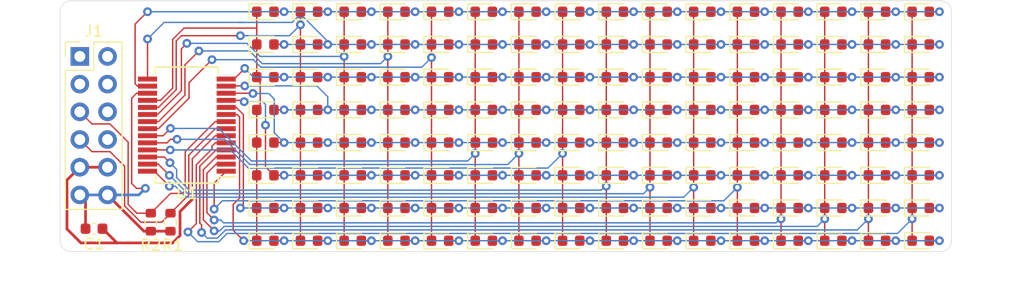
<source format=kicad_pcb>
(kicad_pcb (version 20171130) (host pcbnew "(5.1.9-0-10_14)")
  (layers (0 F.Cu signal) (31 B.Cu signal) (34 B.Paste user) (35 F.Paste user) (36 B.SilkS user) (37 F.SilkS user) (38 B.Mask user) (39 F.Mask user) (44 Edge.Cuts user))
  (net 0 "")
  (net 1 /GRID1)
  (net 2 /SEG5)
  (net 3 /SEG4)
  (net 4 /SEG3)
  (net 5 /SEG2)
  (net 6 /SEG1)
  (net 7 /GRID2)
  (net 8 /GRID3)
  (net 9 /GRID4)
  (net 10 /GRID5)
  (net 11 /GRID6)
  (net 12 /GRID7)
  (net 13 /GRID8)
  (net 14 /GRID9)
  (net 15 /GRID10)
  (net 16 /GRID11)
  (net 17 /GRID12)
  (net 18 /GRID13)
  (net 19 /GRID14)
  (net 20 /GRID15)
  (net 21 /GRID16)
  (net 22 /SEG8)
  (net 23 /SEG7)
  (net 24 /SEG6)
  (net 25 +3V3)
  (net 26 GND)
  (net 27 "Net-(J1-Pad8)")
  (net 28 DATA)
  (net 29 "Net-(J1-Pad6)")
  (net 30 CLK)
  (net 31 "Net-(J1-Pad4)")
  (net 32 "Net-(J1-Pad3)")
  (net 33 "Net-(J1-Pad2)")
  (net 34 "Net-(J1-Pad1)")
  (module Capacitor_SMD:C_0603_1608Metric (layer F.Cu) (at 108.1 107.9)
    (fp_text reference C1 (at 0 1.4) (layer F.SilkS))
    (fp_text value 100uF)
    (pad 2 smd roundrect (at 0.775 0) (size 0.9 0.95) (layers F.Cu F.Paste F.Mask) (net 26 GND))
    (pad 1 smd roundrect (at -0.775 0) (size 0.9 0.95) (layers F.Cu F.Paste F.Mask) (net 25 +3V3))
  )
  (module Resistor_SMD:R_0603_1608Metric (layer F.Cu) (at 113.3 107.3 90)
    (fp_text reference R2 (at -2.1 0 180) (layer F.SilkS))
    (fp_text value 10k)
    (pad 2 smd roundrect (at 0.825 0 90) (size 0.8 0.95) (layers F.Cu F.Paste F.Mask) (net 30 CLK))
    (pad 1 smd roundrect (at -0.825 0 90) (size 0.8 0.95) (layers F.Cu F.Paste F.Mask) (net 25 +3V3))
  )
  (module Resistor_SMD:R_0603_1608Metric (layer F.Cu) (at 115.1 107.3 90)
    (fp_text reference R1 (at -2.1 0.2 180) (layer F.SilkS))
    (fp_text value 10k)
    (pad 2 smd roundrect (at 0.825 0 90) (size 0.8 0.95) (layers F.Cu F.Paste F.Mask) (net 28 DATA))
    (pad 1 smd roundrect (at -0.825 0 90) (size 0.8 0.95) (layers F.Cu F.Paste F.Mask) (net 25 +3V3))
  )
  (module Connector_PinHeader_2.54mm:PinHeader_2x06_P2.54mm_Vertical (layer F.Cu) (at 106.8 92.1)
    (fp_text reference J1 (at 1.27 -2.33) (layer F.SilkS))
    (fp_text value Conn_02x06_Odd_Even)
    (pad 12 thru_hole oval (at 2.54 12.7) (size 1.7 1.7) (drill 1) (layers *.Cu *.Mask) (net 25 +3V3))
    (pad 11 thru_hole oval (at 0 12.7) (size 1.7 1.7) (drill 1) (layers *.Cu *.Mask) (net 25 +3V3))
    (pad 10 thru_hole oval (at 2.54 10.16) (size 1.7 1.7) (drill 1) (layers *.Cu *.Mask) (net 26 GND))
    (pad 9 thru_hole oval (at 0 10.16) (size 1.7 1.7) (drill 1) (layers *.Cu *.Mask) (net 26 GND))
    (pad 8 thru_hole oval (at 2.54 7.62) (size 1.7 1.7) (drill 1) (layers *.Cu *.Mask) (net 27 "Net-(J1-Pad8)"))
    (pad 7 thru_hole oval (at 0 7.62) (size 1.7 1.7) (drill 1) (layers *.Cu *.Mask) (net 28 DATA))
    (pad 6 thru_hole oval (at 2.54 5.08) (size 1.7 1.7) (drill 1) (layers *.Cu *.Mask) (net 29 "Net-(J1-Pad6)"))
    (pad 5 thru_hole oval (at 0 5.08) (size 1.7 1.7) (drill 1) (layers *.Cu *.Mask) (net 30 CLK))
    (pad 4 thru_hole oval (at 2.54 2.54) (size 1.7 1.7) (drill 1) (layers *.Cu *.Mask) (net 31 "Net-(J1-Pad4)"))
    (pad 3 thru_hole oval (at 0 2.54) (size 1.7 1.7) (drill 1) (layers *.Cu *.Mask) (net 32 "Net-(J1-Pad3)"))
    (pad 2 thru_hole oval (at 2.54 0) (size 1.7 1.7) (drill 1) (layers *.Cu *.Mask) (net 33 "Net-(J1-Pad2)"))
    (pad 1 thru_hole rect (at 0 0) (size 1.7 1.7) (drill 1) (layers *.Cu *.Mask) (net 34 "Net-(J1-Pad1)"))
  )
  (module Package_SO:SSOP-28_5.3x10.2mm_P0.65mm (layer F.Cu) (at 116.6 98.4 180)
    (fp_text reference U1 (at 0 -6.25) (layer F.SilkS))
    (fp_text value GN1640)
    (pad 28 smd rect (at 3.6 -4.225 180) (size 1.75 0.45) (layers F.Cu F.Paste F.Mask) (net 16 /GRID11))
    (pad 27 smd rect (at 3.6 -3.575 180) (size 1.75 0.45) (layers F.Cu F.Paste F.Mask) (net 15 /GRID10))
    (pad 26 smd rect (at 3.6 -2.925 180) (size 1.75 0.45) (layers F.Cu F.Paste F.Mask) (net 14 /GRID9))
    (pad 25 smd rect (at 3.6 -2.275 180) (size 1.75 0.45) (layers F.Cu F.Paste F.Mask) (net 13 /GRID8))
    (pad 24 smd rect (at 3.6 -1.625 180) (size 1.75 0.45) (layers F.Cu F.Paste F.Mask) (net 12 /GRID7))
    (pad 23 smd rect (at 3.6 -0.975 180) (size 1.75 0.45) (layers F.Cu F.Paste F.Mask) (net 11 /GRID6))
    (pad 22 smd rect (at 3.6 -0.325 180) (size 1.75 0.45) (layers F.Cu F.Paste F.Mask) (net 10 /GRID5))
    (pad 21 smd rect (at 3.6 0.325 180) (size 1.75 0.45) (layers F.Cu F.Paste F.Mask) (net 9 /GRID4))
    (pad 20 smd rect (at 3.6 0.975 180) (size 1.75 0.45) (layers F.Cu F.Paste F.Mask) (net 8 /GRID3))
    (pad 19 smd rect (at 3.6 1.625 180) (size 1.75 0.45) (layers F.Cu F.Paste F.Mask) (net 7 /GRID2))
    (pad 18 smd rect (at 3.6 2.275 180) (size 1.75 0.45) (layers F.Cu F.Paste F.Mask) (net 1 /GRID1))
    (pad 17 smd rect (at 3.6 2.925 180) (size 1.75 0.45) (layers F.Cu F.Paste F.Mask) (net 25 +3V3))
    (pad 16 smd rect (at 3.6 3.575 180) (size 1.75 0.45) (layers F.Cu F.Paste F.Mask) (net 22 /SEG8))
    (pad 15 smd rect (at 3.6 4.225 180) (size 1.75 0.45) (layers F.Cu F.Paste F.Mask) (net 23 /SEG7))
    (pad 14 smd rect (at -3.6 4.225 180) (size 1.75 0.45) (layers F.Cu F.Paste F.Mask) (net 24 /SEG6))
    (pad 13 smd rect (at -3.6 3.575 180) (size 1.75 0.45) (layers F.Cu F.Paste F.Mask) (net 2 /SEG5))
    (pad 12 smd rect (at -3.6 2.925 180) (size 1.75 0.45) (layers F.Cu F.Paste F.Mask) (net 3 /SEG4))
    (pad 11 smd rect (at -3.6 2.275 180) (size 1.75 0.45) (layers F.Cu F.Paste F.Mask) (net 4 /SEG3))
    (pad 10 smd rect (at -3.6 1.625 180) (size 1.75 0.45) (layers F.Cu F.Paste F.Mask) (net 5 /SEG2))
    (pad 9 smd rect (at -3.6 0.975 180) (size 1.75 0.45) (layers F.Cu F.Paste F.Mask) (net 6 /SEG1))
    (pad 8 smd rect (at -3.6 0.325 180) (size 1.75 0.45) (layers F.Cu F.Paste F.Mask) (net 30 CLK))
    (pad 7 smd rect (at -3.6 -0.325 180) (size 1.75 0.45) (layers F.Cu F.Paste F.Mask) (net 28 DATA))
    (pad 6 smd rect (at -3.6 -0.975 180) (size 1.75 0.45) (layers F.Cu F.Paste F.Mask) (net 26 GND))
    (pad 5 smd rect (at -3.6 -1.625 180) (size 1.75 0.45) (layers F.Cu F.Paste F.Mask) (net 21 /GRID16))
    (pad 4 smd rect (at -3.6 -2.275 180) (size 1.75 0.45) (layers F.Cu F.Paste F.Mask) (net 20 /GRID15))
    (pad 3 smd rect (at -3.6 -2.925 180) (size 1.75 0.45) (layers F.Cu F.Paste F.Mask) (net 19 /GRID14))
    (pad 2 smd rect (at -3.6 -3.575 180) (size 1.75 0.45) (layers F.Cu F.Paste F.Mask) (net 18 /GRID13))
    (pad 1 smd rect (at -3.6 -4.225 180) (size 1.75 0.45) (layers F.Cu F.Paste F.Mask) (net 17 /GRID12))
  )
  (module LED_SMD:LED_0603_1608Metric (layer F.Cu) (at 183.7875 109)
    (fp_text reference D128 hide)
    (fp_text value LED)
    (pad 2 smd roundrect (at 0.7875 0) (size 0.875 0.95) (layers F.Cu F.Paste F.Mask) (net 6 /SEG1))
    (pad 1 smd roundrect (at -0.7875 0) (size 0.875 0.95) (layers F.Cu F.Paste F.Mask) (net 21 /GRID16))
  )
  (module LED_SMD:LED_0603_1608Metric (layer F.Cu) (at 183.7875 106)
    (fp_text reference D127 hide)
    (fp_text value LED)
    (pad 2 smd roundrect (at 0.7875 0) (size 0.875 0.95) (layers F.Cu F.Paste F.Mask) (net 5 /SEG2))
    (pad 1 smd roundrect (at -0.7875 0) (size 0.875 0.95) (layers F.Cu F.Paste F.Mask) (net 21 /GRID16))
  )
  (module LED_SMD:LED_0603_1608Metric (layer F.Cu) (at 183.7875 103)
    (fp_text reference D126 hide)
    (fp_text value LED)
    (pad 2 smd roundrect (at 0.7875 0) (size 0.875 0.95) (layers F.Cu F.Paste F.Mask) (net 4 /SEG3))
    (pad 1 smd roundrect (at -0.7875 0) (size 0.875 0.95) (layers F.Cu F.Paste F.Mask) (net 21 /GRID16))
  )
  (module LED_SMD:LED_0603_1608Metric (layer F.Cu) (at 183.7875 100)
    (fp_text reference D125 hide)
    (fp_text value LED)
    (pad 2 smd roundrect (at 0.7875 0) (size 0.875 0.95) (layers F.Cu F.Paste F.Mask) (net 3 /SEG4))
    (pad 1 smd roundrect (at -0.7875 0) (size 0.875 0.95) (layers F.Cu F.Paste F.Mask) (net 21 /GRID16))
  )
  (module LED_SMD:LED_0603_1608Metric (layer F.Cu) (at 183.7875 97)
    (fp_text reference D124 hide)
    (fp_text value LED)
    (pad 2 smd roundrect (at 0.7875 0) (size 0.875 0.95) (layers F.Cu F.Paste F.Mask) (net 2 /SEG5))
    (pad 1 smd roundrect (at -0.7875 0) (size 0.875 0.95) (layers F.Cu F.Paste F.Mask) (net 21 /GRID16))
  )
  (module LED_SMD:LED_0603_1608Metric (layer F.Cu) (at 183.7875 94)
    (fp_text reference D123 hide)
    (fp_text value LED)
    (pad 2 smd roundrect (at 0.7875 0) (size 0.875 0.95) (layers F.Cu F.Paste F.Mask) (net 24 /SEG6))
    (pad 1 smd roundrect (at -0.7875 0) (size 0.875 0.95) (layers F.Cu F.Paste F.Mask) (net 21 /GRID16))
  )
  (module LED_SMD:LED_0603_1608Metric (layer F.Cu) (at 183.7875 91)
    (fp_text reference D122 hide)
    (fp_text value LED)
    (pad 2 smd roundrect (at 0.7875 0) (size 0.875 0.95) (layers F.Cu F.Paste F.Mask) (net 23 /SEG7))
    (pad 1 smd roundrect (at -0.7875 0) (size 0.875 0.95) (layers F.Cu F.Paste F.Mask) (net 21 /GRID16))
  )
  (module LED_SMD:LED_0603_1608Metric (layer F.Cu) (at 183.7875 88)
    (fp_text reference D121 hide)
    (fp_text value LED)
    (pad 2 smd roundrect (at 0.7875 0) (size 0.875 0.95) (layers F.Cu F.Paste F.Mask) (net 22 /SEG8))
    (pad 1 smd roundrect (at -0.7875 0) (size 0.875 0.95) (layers F.Cu F.Paste F.Mask) (net 21 /GRID16))
  )
  (module LED_SMD:LED_0603_1608Metric (layer F.Cu) (at 179.7875 109)
    (fp_text reference D120 hide)
    (fp_text value LED)
    (pad 2 smd roundrect (at 0.7875 0) (size 0.875 0.95) (layers F.Cu F.Paste F.Mask) (net 6 /SEG1))
    (pad 1 smd roundrect (at -0.7875 0) (size 0.875 0.95) (layers F.Cu F.Paste F.Mask) (net 20 /GRID15))
  )
  (module LED_SMD:LED_0603_1608Metric (layer F.Cu) (at 179.7875 106)
    (fp_text reference D119 hide)
    (fp_text value LED)
    (pad 2 smd roundrect (at 0.7875 0) (size 0.875 0.95) (layers F.Cu F.Paste F.Mask) (net 5 /SEG2))
    (pad 1 smd roundrect (at -0.7875 0) (size 0.875 0.95) (layers F.Cu F.Paste F.Mask) (net 20 /GRID15))
  )
  (module LED_SMD:LED_0603_1608Metric (layer F.Cu) (at 179.7875 103)
    (fp_text reference D118 hide)
    (fp_text value LED)
    (pad 2 smd roundrect (at 0.7875 0) (size 0.875 0.95) (layers F.Cu F.Paste F.Mask) (net 4 /SEG3))
    (pad 1 smd roundrect (at -0.7875 0) (size 0.875 0.95) (layers F.Cu F.Paste F.Mask) (net 20 /GRID15))
  )
  (module LED_SMD:LED_0603_1608Metric (layer F.Cu) (at 179.7875 100)
    (fp_text reference D117 hide)
    (fp_text value LED)
    (pad 2 smd roundrect (at 0.7875 0) (size 0.875 0.95) (layers F.Cu F.Paste F.Mask) (net 3 /SEG4))
    (pad 1 smd roundrect (at -0.7875 0) (size 0.875 0.95) (layers F.Cu F.Paste F.Mask) (net 20 /GRID15))
  )
  (module LED_SMD:LED_0603_1608Metric (layer F.Cu) (at 179.7875 97)
    (fp_text reference D116 hide)
    (fp_text value LED)
    (pad 2 smd roundrect (at 0.7875 0) (size 0.875 0.95) (layers F.Cu F.Paste F.Mask) (net 2 /SEG5))
    (pad 1 smd roundrect (at -0.7875 0) (size 0.875 0.95) (layers F.Cu F.Paste F.Mask) (net 20 /GRID15))
  )
  (module LED_SMD:LED_0603_1608Metric (layer F.Cu) (at 179.7875 94)
    (fp_text reference D115 hide)
    (fp_text value LED)
    (pad 2 smd roundrect (at 0.7875 0) (size 0.875 0.95) (layers F.Cu F.Paste F.Mask) (net 24 /SEG6))
    (pad 1 smd roundrect (at -0.7875 0) (size 0.875 0.95) (layers F.Cu F.Paste F.Mask) (net 20 /GRID15))
  )
  (module LED_SMD:LED_0603_1608Metric (layer F.Cu) (at 179.7875 91)
    (fp_text reference D114 hide)
    (fp_text value LED)
    (pad 2 smd roundrect (at 0.7875 0) (size 0.875 0.95) (layers F.Cu F.Paste F.Mask) (net 23 /SEG7))
    (pad 1 smd roundrect (at -0.7875 0) (size 0.875 0.95) (layers F.Cu F.Paste F.Mask) (net 20 /GRID15))
  )
  (module LED_SMD:LED_0603_1608Metric (layer F.Cu) (at 179.7875 88)
    (fp_text reference D113 hide)
    (fp_text value LED)
    (pad 2 smd roundrect (at 0.7875 0) (size 0.875 0.95) (layers F.Cu F.Paste F.Mask) (net 22 /SEG8))
    (pad 1 smd roundrect (at -0.7875 0) (size 0.875 0.95) (layers F.Cu F.Paste F.Mask) (net 20 /GRID15))
  )
  (module LED_SMD:LED_0603_1608Metric (layer F.Cu) (at 175.7875 109)
    (fp_text reference D112 hide)
    (fp_text value LED)
    (pad 2 smd roundrect (at 0.7875 0) (size 0.875 0.95) (layers F.Cu F.Paste F.Mask) (net 6 /SEG1))
    (pad 1 smd roundrect (at -0.7875 0) (size 0.875 0.95) (layers F.Cu F.Paste F.Mask) (net 19 /GRID14))
  )
  (module LED_SMD:LED_0603_1608Metric (layer F.Cu) (at 175.7875 106)
    (fp_text reference D111 hide)
    (fp_text value LED)
    (pad 2 smd roundrect (at 0.7875 0) (size 0.875 0.95) (layers F.Cu F.Paste F.Mask) (net 5 /SEG2))
    (pad 1 smd roundrect (at -0.7875 0) (size 0.875 0.95) (layers F.Cu F.Paste F.Mask) (net 19 /GRID14))
  )
  (module LED_SMD:LED_0603_1608Metric (layer F.Cu) (at 175.7875 103)
    (fp_text reference D110 hide)
    (fp_text value LED)
    (pad 2 smd roundrect (at 0.7875 0) (size 0.875 0.95) (layers F.Cu F.Paste F.Mask) (net 4 /SEG3))
    (pad 1 smd roundrect (at -0.7875 0) (size 0.875 0.95) (layers F.Cu F.Paste F.Mask) (net 19 /GRID14))
  )
  (module LED_SMD:LED_0603_1608Metric (layer F.Cu) (at 175.7875 100)
    (fp_text reference D109 hide)
    (fp_text value LED)
    (pad 2 smd roundrect (at 0.7875 0) (size 0.875 0.95) (layers F.Cu F.Paste F.Mask) (net 3 /SEG4))
    (pad 1 smd roundrect (at -0.7875 0) (size 0.875 0.95) (layers F.Cu F.Paste F.Mask) (net 19 /GRID14))
  )
  (module LED_SMD:LED_0603_1608Metric (layer F.Cu) (at 175.7875 97)
    (fp_text reference D108 hide)
    (fp_text value LED)
    (pad 2 smd roundrect (at 0.7875 0) (size 0.875 0.95) (layers F.Cu F.Paste F.Mask) (net 2 /SEG5))
    (pad 1 smd roundrect (at -0.7875 0) (size 0.875 0.95) (layers F.Cu F.Paste F.Mask) (net 19 /GRID14))
  )
  (module LED_SMD:LED_0603_1608Metric (layer F.Cu) (at 175.7875 94)
    (fp_text reference D107 hide)
    (fp_text value LED)
    (pad 2 smd roundrect (at 0.7875 0) (size 0.875 0.95) (layers F.Cu F.Paste F.Mask) (net 24 /SEG6))
    (pad 1 smd roundrect (at -0.7875 0) (size 0.875 0.95) (layers F.Cu F.Paste F.Mask) (net 19 /GRID14))
  )
  (module LED_SMD:LED_0603_1608Metric (layer F.Cu) (at 175.7875 91)
    (fp_text reference D106 hide)
    (fp_text value LED)
    (pad 2 smd roundrect (at 0.7875 0) (size 0.875 0.95) (layers F.Cu F.Paste F.Mask) (net 23 /SEG7))
    (pad 1 smd roundrect (at -0.7875 0) (size 0.875 0.95) (layers F.Cu F.Paste F.Mask) (net 19 /GRID14))
  )
  (module LED_SMD:LED_0603_1608Metric (layer F.Cu) (at 175.7875 88)
    (fp_text reference D105 hide)
    (fp_text value LED)
    (pad 2 smd roundrect (at 0.7875 0) (size 0.875 0.95) (layers F.Cu F.Paste F.Mask) (net 22 /SEG8))
    (pad 1 smd roundrect (at -0.7875 0) (size 0.875 0.95) (layers F.Cu F.Paste F.Mask) (net 19 /GRID14))
  )
  (module LED_SMD:LED_0603_1608Metric (layer F.Cu) (at 171.7875 109)
    (fp_text reference D104 hide)
    (fp_text value LED)
    (pad 2 smd roundrect (at 0.7875 0) (size 0.875 0.95) (layers F.Cu F.Paste F.Mask) (net 6 /SEG1))
    (pad 1 smd roundrect (at -0.7875 0) (size 0.875 0.95) (layers F.Cu F.Paste F.Mask) (net 18 /GRID13))
  )
  (module LED_SMD:LED_0603_1608Metric (layer F.Cu) (at 171.7875 106)
    (fp_text reference D103 hide)
    (fp_text value LED)
    (pad 2 smd roundrect (at 0.7875 0) (size 0.875 0.95) (layers F.Cu F.Paste F.Mask) (net 5 /SEG2))
    (pad 1 smd roundrect (at -0.7875 0) (size 0.875 0.95) (layers F.Cu F.Paste F.Mask) (net 18 /GRID13))
  )
  (module LED_SMD:LED_0603_1608Metric (layer F.Cu) (at 171.7875 103)
    (fp_text reference D102 hide)
    (fp_text value LED)
    (pad 2 smd roundrect (at 0.7875 0) (size 0.875 0.95) (layers F.Cu F.Paste F.Mask) (net 4 /SEG3))
    (pad 1 smd roundrect (at -0.7875 0) (size 0.875 0.95) (layers F.Cu F.Paste F.Mask) (net 18 /GRID13))
  )
  (module LED_SMD:LED_0603_1608Metric (layer F.Cu) (at 171.7875 100)
    (fp_text reference D101 hide)
    (fp_text value LED)
    (pad 2 smd roundrect (at 0.7875 0) (size 0.875 0.95) (layers F.Cu F.Paste F.Mask) (net 3 /SEG4))
    (pad 1 smd roundrect (at -0.7875 0) (size 0.875 0.95) (layers F.Cu F.Paste F.Mask) (net 18 /GRID13))
  )
  (module LED_SMD:LED_0603_1608Metric (layer F.Cu) (at 171.7875 97)
    (fp_text reference D100 hide)
    (fp_text value LED)
    (pad 2 smd roundrect (at 0.7875 0) (size 0.875 0.95) (layers F.Cu F.Paste F.Mask) (net 2 /SEG5))
    (pad 1 smd roundrect (at -0.7875 0) (size 0.875 0.95) (layers F.Cu F.Paste F.Mask) (net 18 /GRID13))
  )
  (module LED_SMD:LED_0603_1608Metric (layer F.Cu) (at 171.7875 94)
    (fp_text reference D99 hide)
    (fp_text value LED)
    (pad 2 smd roundrect (at 0.7875 0) (size 0.875 0.95) (layers F.Cu F.Paste F.Mask) (net 24 /SEG6))
    (pad 1 smd roundrect (at -0.7875 0) (size 0.875 0.95) (layers F.Cu F.Paste F.Mask) (net 18 /GRID13))
  )
  (module LED_SMD:LED_0603_1608Metric (layer F.Cu) (at 171.7875 91)
    (fp_text reference D98 hide)
    (fp_text value LED)
    (pad 2 smd roundrect (at 0.7875 0) (size 0.875 0.95) (layers F.Cu F.Paste F.Mask) (net 23 /SEG7))
    (pad 1 smd roundrect (at -0.7875 0) (size 0.875 0.95) (layers F.Cu F.Paste F.Mask) (net 18 /GRID13))
  )
  (module LED_SMD:LED_0603_1608Metric (layer F.Cu) (at 171.7875 88)
    (fp_text reference D97 hide)
    (fp_text value LED)
    (pad 2 smd roundrect (at 0.7875 0) (size 0.875 0.95) (layers F.Cu F.Paste F.Mask) (net 22 /SEG8))
    (pad 1 smd roundrect (at -0.7875 0) (size 0.875 0.95) (layers F.Cu F.Paste F.Mask) (net 18 /GRID13))
  )
  (module LED_SMD:LED_0603_1608Metric (layer F.Cu) (at 167.7875 109)
    (fp_text reference D96 hide)
    (fp_text value LED)
    (pad 2 smd roundrect (at 0.7875 0) (size 0.875 0.95) (layers F.Cu F.Paste F.Mask) (net 6 /SEG1))
    (pad 1 smd roundrect (at -0.7875 0) (size 0.875 0.95) (layers F.Cu F.Paste F.Mask) (net 17 /GRID12))
  )
  (module LED_SMD:LED_0603_1608Metric (layer F.Cu) (at 167.7875 106)
    (fp_text reference D95 hide)
    (fp_text value LED)
    (pad 2 smd roundrect (at 0.7875 0) (size 0.875 0.95) (layers F.Cu F.Paste F.Mask) (net 5 /SEG2))
    (pad 1 smd roundrect (at -0.7875 0) (size 0.875 0.95) (layers F.Cu F.Paste F.Mask) (net 17 /GRID12))
  )
  (module LED_SMD:LED_0603_1608Metric (layer F.Cu) (at 167.7875 103)
    (fp_text reference D94 hide)
    (fp_text value LED)
    (pad 2 smd roundrect (at 0.7875 0) (size 0.875 0.95) (layers F.Cu F.Paste F.Mask) (net 4 /SEG3))
    (pad 1 smd roundrect (at -0.7875 0) (size 0.875 0.95) (layers F.Cu F.Paste F.Mask) (net 17 /GRID12))
  )
  (module LED_SMD:LED_0603_1608Metric (layer F.Cu) (at 167.7875 100)
    (fp_text reference D93 hide)
    (fp_text value LED)
    (pad 2 smd roundrect (at 0.7875 0) (size 0.875 0.95) (layers F.Cu F.Paste F.Mask) (net 3 /SEG4))
    (pad 1 smd roundrect (at -0.7875 0) (size 0.875 0.95) (layers F.Cu F.Paste F.Mask) (net 17 /GRID12))
  )
  (module LED_SMD:LED_0603_1608Metric (layer F.Cu) (at 167.7875 97)
    (fp_text reference D92 hide)
    (fp_text value LED)
    (pad 2 smd roundrect (at 0.7875 0) (size 0.875 0.95) (layers F.Cu F.Paste F.Mask) (net 2 /SEG5))
    (pad 1 smd roundrect (at -0.7875 0) (size 0.875 0.95) (layers F.Cu F.Paste F.Mask) (net 17 /GRID12))
  )
  (module LED_SMD:LED_0603_1608Metric (layer F.Cu) (at 167.7875 94)
    (fp_text reference D91 hide)
    (fp_text value LED)
    (pad 2 smd roundrect (at 0.7875 0) (size 0.875 0.95) (layers F.Cu F.Paste F.Mask) (net 24 /SEG6))
    (pad 1 smd roundrect (at -0.7875 0) (size 0.875 0.95) (layers F.Cu F.Paste F.Mask) (net 17 /GRID12))
  )
  (module LED_SMD:LED_0603_1608Metric (layer F.Cu) (at 167.7875 91)
    (fp_text reference D90 hide)
    (fp_text value LED)
    (pad 2 smd roundrect (at 0.7875 0) (size 0.875 0.95) (layers F.Cu F.Paste F.Mask) (net 23 /SEG7))
    (pad 1 smd roundrect (at -0.7875 0) (size 0.875 0.95) (layers F.Cu F.Paste F.Mask) (net 17 /GRID12))
  )
  (module LED_SMD:LED_0603_1608Metric (layer F.Cu) (at 167.7875 88)
    (fp_text reference D89 hide)
    (fp_text value LED)
    (pad 2 smd roundrect (at 0.7875 0) (size 0.875 0.95) (layers F.Cu F.Paste F.Mask) (net 22 /SEG8))
    (pad 1 smd roundrect (at -0.7875 0) (size 0.875 0.95) (layers F.Cu F.Paste F.Mask) (net 17 /GRID12))
  )
  (module LED_SMD:LED_0603_1608Metric (layer F.Cu) (at 163.7875 109)
    (fp_text reference D88 hide)
    (fp_text value LED)
    (pad 2 smd roundrect (at 0.7875 0) (size 0.875 0.95) (layers F.Cu F.Paste F.Mask) (net 6 /SEG1))
    (pad 1 smd roundrect (at -0.7875 0) (size 0.875 0.95) (layers F.Cu F.Paste F.Mask) (net 16 /GRID11))
  )
  (module LED_SMD:LED_0603_1608Metric (layer F.Cu) (at 163.7875 106)
    (fp_text reference D87 hide)
    (fp_text value LED)
    (pad 2 smd roundrect (at 0.7875 0) (size 0.875 0.95) (layers F.Cu F.Paste F.Mask) (net 5 /SEG2))
    (pad 1 smd roundrect (at -0.7875 0) (size 0.875 0.95) (layers F.Cu F.Paste F.Mask) (net 16 /GRID11))
  )
  (module LED_SMD:LED_0603_1608Metric (layer F.Cu) (at 163.7875 103)
    (fp_text reference D86 hide)
    (fp_text value LED)
    (pad 2 smd roundrect (at 0.7875 0) (size 0.875 0.95) (layers F.Cu F.Paste F.Mask) (net 4 /SEG3))
    (pad 1 smd roundrect (at -0.7875 0) (size 0.875 0.95) (layers F.Cu F.Paste F.Mask) (net 16 /GRID11))
  )
  (module LED_SMD:LED_0603_1608Metric (layer F.Cu) (at 163.7875 100)
    (fp_text reference D85 hide)
    (fp_text value LED)
    (pad 2 smd roundrect (at 0.7875 0) (size 0.875 0.95) (layers F.Cu F.Paste F.Mask) (net 3 /SEG4))
    (pad 1 smd roundrect (at -0.7875 0) (size 0.875 0.95) (layers F.Cu F.Paste F.Mask) (net 16 /GRID11))
  )
  (module LED_SMD:LED_0603_1608Metric (layer F.Cu) (at 163.7875 97)
    (fp_text reference D84 hide)
    (fp_text value LED)
    (pad 2 smd roundrect (at 0.7875 0) (size 0.875 0.95) (layers F.Cu F.Paste F.Mask) (net 2 /SEG5))
    (pad 1 smd roundrect (at -0.7875 0) (size 0.875 0.95) (layers F.Cu F.Paste F.Mask) (net 16 /GRID11))
  )
  (module LED_SMD:LED_0603_1608Metric (layer F.Cu) (at 163.7875 94)
    (fp_text reference D83 hide)
    (fp_text value LED)
    (pad 2 smd roundrect (at 0.7875 0) (size 0.875 0.95) (layers F.Cu F.Paste F.Mask) (net 24 /SEG6))
    (pad 1 smd roundrect (at -0.7875 0) (size 0.875 0.95) (layers F.Cu F.Paste F.Mask) (net 16 /GRID11))
  )
  (module LED_SMD:LED_0603_1608Metric (layer F.Cu) (at 163.7875 91)
    (fp_text reference D82 hide)
    (fp_text value LED)
    (pad 2 smd roundrect (at 0.7875 0) (size 0.875 0.95) (layers F.Cu F.Paste F.Mask) (net 23 /SEG7))
    (pad 1 smd roundrect (at -0.7875 0) (size 0.875 0.95) (layers F.Cu F.Paste F.Mask) (net 16 /GRID11))
  )
  (module LED_SMD:LED_0603_1608Metric (layer F.Cu) (at 163.7875 88)
    (fp_text reference D81 hide)
    (fp_text value LED)
    (pad 2 smd roundrect (at 0.7875 0) (size 0.875 0.95) (layers F.Cu F.Paste F.Mask) (net 22 /SEG8))
    (pad 1 smd roundrect (at -0.7875 0) (size 0.875 0.95) (layers F.Cu F.Paste F.Mask) (net 16 /GRID11))
  )
  (module LED_SMD:LED_0603_1608Metric (layer F.Cu) (at 159.7875 109)
    (fp_text reference D80 hide)
    (fp_text value LED)
    (pad 2 smd roundrect (at 0.7875 0) (size 0.875 0.95) (layers F.Cu F.Paste F.Mask) (net 6 /SEG1))
    (pad 1 smd roundrect (at -0.7875 0) (size 0.875 0.95) (layers F.Cu F.Paste F.Mask) (net 15 /GRID10))
  )
  (module LED_SMD:LED_0603_1608Metric (layer F.Cu) (at 159.7875 106)
    (fp_text reference D79 hide)
    (fp_text value LED)
    (pad 2 smd roundrect (at 0.7875 0) (size 0.875 0.95) (layers F.Cu F.Paste F.Mask) (net 5 /SEG2))
    (pad 1 smd roundrect (at -0.7875 0) (size 0.875 0.95) (layers F.Cu F.Paste F.Mask) (net 15 /GRID10))
  )
  (module LED_SMD:LED_0603_1608Metric (layer F.Cu) (at 159.7875 103)
    (fp_text reference D78 hide)
    (fp_text value LED)
    (pad 2 smd roundrect (at 0.7875 0) (size 0.875 0.95) (layers F.Cu F.Paste F.Mask) (net 4 /SEG3))
    (pad 1 smd roundrect (at -0.7875 0) (size 0.875 0.95) (layers F.Cu F.Paste F.Mask) (net 15 /GRID10))
  )
  (module LED_SMD:LED_0603_1608Metric (layer F.Cu) (at 159.7875 100)
    (fp_text reference D77 hide)
    (fp_text value LED)
    (pad 2 smd roundrect (at 0.7875 0) (size 0.875 0.95) (layers F.Cu F.Paste F.Mask) (net 3 /SEG4))
    (pad 1 smd roundrect (at -0.7875 0) (size 0.875 0.95) (layers F.Cu F.Paste F.Mask) (net 15 /GRID10))
  )
  (module LED_SMD:LED_0603_1608Metric (layer F.Cu) (at 159.7875 97)
    (fp_text reference D76 hide)
    (fp_text value LED)
    (pad 2 smd roundrect (at 0.7875 0) (size 0.875 0.95) (layers F.Cu F.Paste F.Mask) (net 2 /SEG5))
    (pad 1 smd roundrect (at -0.7875 0) (size 0.875 0.95) (layers F.Cu F.Paste F.Mask) (net 15 /GRID10))
  )
  (module LED_SMD:LED_0603_1608Metric (layer F.Cu) (at 159.7875 94)
    (fp_text reference D75 hide)
    (fp_text value LED)
    (pad 2 smd roundrect (at 0.7875 0) (size 0.875 0.95) (layers F.Cu F.Paste F.Mask) (net 24 /SEG6))
    (pad 1 smd roundrect (at -0.7875 0) (size 0.875 0.95) (layers F.Cu F.Paste F.Mask) (net 15 /GRID10))
  )
  (module LED_SMD:LED_0603_1608Metric (layer F.Cu) (at 159.7875 91)
    (fp_text reference D74 hide)
    (fp_text value LED)
    (pad 2 smd roundrect (at 0.7875 0) (size 0.875 0.95) (layers F.Cu F.Paste F.Mask) (net 23 /SEG7))
    (pad 1 smd roundrect (at -0.7875 0) (size 0.875 0.95) (layers F.Cu F.Paste F.Mask) (net 15 /GRID10))
  )
  (module LED_SMD:LED_0603_1608Metric (layer F.Cu) (at 159.7875 88)
    (fp_text reference D73 hide)
    (fp_text value LED)
    (pad 2 smd roundrect (at 0.7875 0) (size 0.875 0.95) (layers F.Cu F.Paste F.Mask) (net 22 /SEG8))
    (pad 1 smd roundrect (at -0.7875 0) (size 0.875 0.95) (layers F.Cu F.Paste F.Mask) (net 15 /GRID10))
  )
  (module LED_SMD:LED_0603_1608Metric (layer F.Cu) (at 155.7875 109)
    (fp_text reference D72 hide)
    (fp_text value LED)
    (pad 2 smd roundrect (at 0.7875 0) (size 0.875 0.95) (layers F.Cu F.Paste F.Mask) (net 6 /SEG1))
    (pad 1 smd roundrect (at -0.7875 0) (size 0.875 0.95) (layers F.Cu F.Paste F.Mask) (net 14 /GRID9))
  )
  (module LED_SMD:LED_0603_1608Metric (layer F.Cu) (at 155.7875 106)
    (fp_text reference D71 hide)
    (fp_text value LED)
    (pad 2 smd roundrect (at 0.7875 0) (size 0.875 0.95) (layers F.Cu F.Paste F.Mask) (net 5 /SEG2))
    (pad 1 smd roundrect (at -0.7875 0) (size 0.875 0.95) (layers F.Cu F.Paste F.Mask) (net 14 /GRID9))
  )
  (module LED_SMD:LED_0603_1608Metric (layer F.Cu) (at 155.7875 103)
    (fp_text reference D70 hide)
    (fp_text value LED)
    (pad 2 smd roundrect (at 0.7875 0) (size 0.875 0.95) (layers F.Cu F.Paste F.Mask) (net 4 /SEG3))
    (pad 1 smd roundrect (at -0.7875 0) (size 0.875 0.95) (layers F.Cu F.Paste F.Mask) (net 14 /GRID9))
  )
  (module LED_SMD:LED_0603_1608Metric (layer F.Cu) (at 155.7875 100)
    (fp_text reference D69 hide)
    (fp_text value LED)
    (pad 2 smd roundrect (at 0.7875 0) (size 0.875 0.95) (layers F.Cu F.Paste F.Mask) (net 3 /SEG4))
    (pad 1 smd roundrect (at -0.7875 0) (size 0.875 0.95) (layers F.Cu F.Paste F.Mask) (net 14 /GRID9))
  )
  (module LED_SMD:LED_0603_1608Metric (layer F.Cu) (at 155.7875 97)
    (fp_text reference D68 hide)
    (fp_text value LED)
    (pad 2 smd roundrect (at 0.7875 0) (size 0.875 0.95) (layers F.Cu F.Paste F.Mask) (net 2 /SEG5))
    (pad 1 smd roundrect (at -0.7875 0) (size 0.875 0.95) (layers F.Cu F.Paste F.Mask) (net 14 /GRID9))
  )
  (module LED_SMD:LED_0603_1608Metric (layer F.Cu) (at 155.7875 94)
    (fp_text reference D67 hide)
    (fp_text value LED)
    (pad 2 smd roundrect (at 0.7875 0) (size 0.875 0.95) (layers F.Cu F.Paste F.Mask) (net 24 /SEG6))
    (pad 1 smd roundrect (at -0.7875 0) (size 0.875 0.95) (layers F.Cu F.Paste F.Mask) (net 14 /GRID9))
  )
  (module LED_SMD:LED_0603_1608Metric (layer F.Cu) (at 155.7875 91)
    (fp_text reference D66 hide)
    (fp_text value LED)
    (pad 2 smd roundrect (at 0.7875 0) (size 0.875 0.95) (layers F.Cu F.Paste F.Mask) (net 23 /SEG7))
    (pad 1 smd roundrect (at -0.7875 0) (size 0.875 0.95) (layers F.Cu F.Paste F.Mask) (net 14 /GRID9))
  )
  (module LED_SMD:LED_0603_1608Metric (layer F.Cu) (at 155.7875 88)
    (fp_text reference D65 hide)
    (fp_text value LED)
    (pad 2 smd roundrect (at 0.7875 0) (size 0.875 0.95) (layers F.Cu F.Paste F.Mask) (net 22 /SEG8))
    (pad 1 smd roundrect (at -0.7875 0) (size 0.875 0.95) (layers F.Cu F.Paste F.Mask) (net 14 /GRID9))
  )
  (module LED_SMD:LED_0603_1608Metric (layer F.Cu) (at 151.7875 109)
    (fp_text reference D64 hide)
    (fp_text value LED)
    (pad 2 smd roundrect (at 0.7875 0) (size 0.875 0.95) (layers F.Cu F.Paste F.Mask) (net 6 /SEG1))
    (pad 1 smd roundrect (at -0.7875 0) (size 0.875 0.95) (layers F.Cu F.Paste F.Mask) (net 13 /GRID8))
  )
  (module LED_SMD:LED_0603_1608Metric (layer F.Cu) (at 151.7875 106)
    (fp_text reference D63 hide)
    (fp_text value LED)
    (pad 2 smd roundrect (at 0.7875 0) (size 0.875 0.95) (layers F.Cu F.Paste F.Mask) (net 5 /SEG2))
    (pad 1 smd roundrect (at -0.7875 0) (size 0.875 0.95) (layers F.Cu F.Paste F.Mask) (net 13 /GRID8))
  )
  (module LED_SMD:LED_0603_1608Metric (layer F.Cu) (at 151.7875 103)
    (fp_text reference D62 hide)
    (fp_text value LED)
    (pad 2 smd roundrect (at 0.7875 0) (size 0.875 0.95) (layers F.Cu F.Paste F.Mask) (net 4 /SEG3))
    (pad 1 smd roundrect (at -0.7875 0) (size 0.875 0.95) (layers F.Cu F.Paste F.Mask) (net 13 /GRID8))
  )
  (module LED_SMD:LED_0603_1608Metric (layer F.Cu) (at 151.7875 100)
    (fp_text reference D61 hide)
    (fp_text value LED)
    (pad 2 smd roundrect (at 0.7875 0) (size 0.875 0.95) (layers F.Cu F.Paste F.Mask) (net 3 /SEG4))
    (pad 1 smd roundrect (at -0.7875 0) (size 0.875 0.95) (layers F.Cu F.Paste F.Mask) (net 13 /GRID8))
  )
  (module LED_SMD:LED_0603_1608Metric (layer F.Cu) (at 151.7875 97)
    (fp_text reference D60 hide)
    (fp_text value LED)
    (pad 2 smd roundrect (at 0.7875 0) (size 0.875 0.95) (layers F.Cu F.Paste F.Mask) (net 2 /SEG5))
    (pad 1 smd roundrect (at -0.7875 0) (size 0.875 0.95) (layers F.Cu F.Paste F.Mask) (net 13 /GRID8))
  )
  (module LED_SMD:LED_0603_1608Metric (layer F.Cu) (at 151.7875 94)
    (fp_text reference D59 hide)
    (fp_text value LED)
    (pad 2 smd roundrect (at 0.7875 0) (size 0.875 0.95) (layers F.Cu F.Paste F.Mask) (net 24 /SEG6))
    (pad 1 smd roundrect (at -0.7875 0) (size 0.875 0.95) (layers F.Cu F.Paste F.Mask) (net 13 /GRID8))
  )
  (module LED_SMD:LED_0603_1608Metric (layer F.Cu) (at 151.7875 91)
    (fp_text reference D58 hide)
    (fp_text value LED)
    (pad 2 smd roundrect (at 0.7875 0) (size 0.875 0.95) (layers F.Cu F.Paste F.Mask) (net 23 /SEG7))
    (pad 1 smd roundrect (at -0.7875 0) (size 0.875 0.95) (layers F.Cu F.Paste F.Mask) (net 13 /GRID8))
  )
  (module LED_SMD:LED_0603_1608Metric (layer F.Cu) (at 151.7875 88)
    (fp_text reference D57 hide)
    (fp_text value LED)
    (pad 2 smd roundrect (at 0.7875 0) (size 0.875 0.95) (layers F.Cu F.Paste F.Mask) (net 22 /SEG8))
    (pad 1 smd roundrect (at -0.7875 0) (size 0.875 0.95) (layers F.Cu F.Paste F.Mask) (net 13 /GRID8))
  )
  (module LED_SMD:LED_0603_1608Metric (layer F.Cu) (at 147.7875 109)
    (fp_text reference D56 hide)
    (fp_text value LED)
    (pad 2 smd roundrect (at 0.7875 0) (size 0.875 0.95) (layers F.Cu F.Paste F.Mask) (net 6 /SEG1))
    (pad 1 smd roundrect (at -0.7875 0) (size 0.875 0.95) (layers F.Cu F.Paste F.Mask) (net 12 /GRID7))
  )
  (module LED_SMD:LED_0603_1608Metric (layer F.Cu) (at 147.7875 106)
    (fp_text reference D55 hide)
    (fp_text value LED)
    (pad 2 smd roundrect (at 0.7875 0) (size 0.875 0.95) (layers F.Cu F.Paste F.Mask) (net 5 /SEG2))
    (pad 1 smd roundrect (at -0.7875 0) (size 0.875 0.95) (layers F.Cu F.Paste F.Mask) (net 12 /GRID7))
  )
  (module LED_SMD:LED_0603_1608Metric (layer F.Cu) (at 147.7875 103)
    (fp_text reference D54 hide)
    (fp_text value LED)
    (pad 2 smd roundrect (at 0.7875 0) (size 0.875 0.95) (layers F.Cu F.Paste F.Mask) (net 4 /SEG3))
    (pad 1 smd roundrect (at -0.7875 0) (size 0.875 0.95) (layers F.Cu F.Paste F.Mask) (net 12 /GRID7))
  )
  (module LED_SMD:LED_0603_1608Metric (layer F.Cu) (at 147.7875 100)
    (fp_text reference D53 hide)
    (fp_text value LED)
    (pad 2 smd roundrect (at 0.7875 0) (size 0.875 0.95) (layers F.Cu F.Paste F.Mask) (net 3 /SEG4))
    (pad 1 smd roundrect (at -0.7875 0) (size 0.875 0.95) (layers F.Cu F.Paste F.Mask) (net 12 /GRID7))
  )
  (module LED_SMD:LED_0603_1608Metric (layer F.Cu) (at 147.7875 97)
    (fp_text reference D52 hide)
    (fp_text value LED)
    (pad 2 smd roundrect (at 0.7875 0) (size 0.875 0.95) (layers F.Cu F.Paste F.Mask) (net 2 /SEG5))
    (pad 1 smd roundrect (at -0.7875 0) (size 0.875 0.95) (layers F.Cu F.Paste F.Mask) (net 12 /GRID7))
  )
  (module LED_SMD:LED_0603_1608Metric (layer F.Cu) (at 147.7875 94)
    (fp_text reference D51 hide)
    (fp_text value LED)
    (pad 2 smd roundrect (at 0.7875 0) (size 0.875 0.95) (layers F.Cu F.Paste F.Mask) (net 24 /SEG6))
    (pad 1 smd roundrect (at -0.7875 0) (size 0.875 0.95) (layers F.Cu F.Paste F.Mask) (net 12 /GRID7))
  )
  (module LED_SMD:LED_0603_1608Metric (layer F.Cu) (at 147.7875 91)
    (fp_text reference D50 hide)
    (fp_text value LED)
    (pad 2 smd roundrect (at 0.7875 0) (size 0.875 0.95) (layers F.Cu F.Paste F.Mask) (net 23 /SEG7))
    (pad 1 smd roundrect (at -0.7875 0) (size 0.875 0.95) (layers F.Cu F.Paste F.Mask) (net 12 /GRID7))
  )
  (module LED_SMD:LED_0603_1608Metric (layer F.Cu) (at 147.7875 88)
    (fp_text reference D49 hide)
    (fp_text value LED)
    (pad 2 smd roundrect (at 0.7875 0) (size 0.875 0.95) (layers F.Cu F.Paste F.Mask) (net 22 /SEG8))
    (pad 1 smd roundrect (at -0.7875 0) (size 0.875 0.95) (layers F.Cu F.Paste F.Mask) (net 12 /GRID7))
  )
  (module LED_SMD:LED_0603_1608Metric (layer F.Cu) (at 143.7875 109)
    (fp_text reference D48 hide)
    (fp_text value LED)
    (pad 2 smd roundrect (at 0.7875 0) (size 0.875 0.95) (layers F.Cu F.Paste F.Mask) (net 6 /SEG1))
    (pad 1 smd roundrect (at -0.7875 0) (size 0.875 0.95) (layers F.Cu F.Paste F.Mask) (net 11 /GRID6))
  )
  (module LED_SMD:LED_0603_1608Metric (layer F.Cu) (at 143.7875 106)
    (fp_text reference D47 hide)
    (fp_text value LED)
    (pad 2 smd roundrect (at 0.7875 0) (size 0.875 0.95) (layers F.Cu F.Paste F.Mask) (net 5 /SEG2))
    (pad 1 smd roundrect (at -0.7875 0) (size 0.875 0.95) (layers F.Cu F.Paste F.Mask) (net 11 /GRID6))
  )
  (module LED_SMD:LED_0603_1608Metric (layer F.Cu) (at 143.7875 103)
    (fp_text reference D46 hide)
    (fp_text value LED)
    (pad 2 smd roundrect (at 0.7875 0) (size 0.875 0.95) (layers F.Cu F.Paste F.Mask) (net 4 /SEG3))
    (pad 1 smd roundrect (at -0.7875 0) (size 0.875 0.95) (layers F.Cu F.Paste F.Mask) (net 11 /GRID6))
  )
  (module LED_SMD:LED_0603_1608Metric (layer F.Cu) (at 143.8 100)
    (fp_text reference D45 hide)
    (fp_text value LED)
    (pad 2 smd roundrect (at 0.7875 0) (size 0.875 0.95) (layers F.Cu F.Paste F.Mask) (net 3 /SEG4))
    (pad 1 smd roundrect (at -0.7875 0) (size 0.875 0.95) (layers F.Cu F.Paste F.Mask) (net 11 /GRID6))
  )
  (module LED_SMD:LED_0603_1608Metric (layer F.Cu) (at 143.7875 97)
    (fp_text reference D44 hide)
    (fp_text value LED)
    (pad 2 smd roundrect (at 0.7875 0) (size 0.875 0.95) (layers F.Cu F.Paste F.Mask) (net 2 /SEG5))
    (pad 1 smd roundrect (at -0.7875 0) (size 0.875 0.95) (layers F.Cu F.Paste F.Mask) (net 11 /GRID6))
  )
  (module LED_SMD:LED_0603_1608Metric (layer F.Cu) (at 143.7875 94)
    (fp_text reference D43 hide)
    (fp_text value LED)
    (pad 2 smd roundrect (at 0.7875 0) (size 0.875 0.95) (layers F.Cu F.Paste F.Mask) (net 24 /SEG6))
    (pad 1 smd roundrect (at -0.7875 0) (size 0.875 0.95) (layers F.Cu F.Paste F.Mask) (net 11 /GRID6))
  )
  (module LED_SMD:LED_0603_1608Metric (layer F.Cu) (at 143.8 91)
    (fp_text reference D42 hide)
    (fp_text value LED)
    (pad 2 smd roundrect (at 0.7875 0) (size 0.875 0.95) (layers F.Cu F.Paste F.Mask) (net 23 /SEG7))
    (pad 1 smd roundrect (at -0.7875 0) (size 0.875 0.95) (layers F.Cu F.Paste F.Mask) (net 11 /GRID6))
  )
  (module LED_SMD:LED_0603_1608Metric (layer F.Cu) (at 143.7875 88)
    (fp_text reference D41 hide)
    (fp_text value LED)
    (pad 2 smd roundrect (at 0.7875 0) (size 0.875 0.95) (layers F.Cu F.Paste F.Mask) (net 22 /SEG8))
    (pad 1 smd roundrect (at -0.7875 0) (size 0.875 0.95) (layers F.Cu F.Paste F.Mask) (net 11 /GRID6))
  )
  (module LED_SMD:LED_0603_1608Metric (layer F.Cu) (at 139.7875 109)
    (fp_text reference D40 hide)
    (fp_text value LED)
    (pad 2 smd roundrect (at 0.7875 0) (size 0.875 0.95) (layers F.Cu F.Paste F.Mask) (net 6 /SEG1))
    (pad 1 smd roundrect (at -0.7875 0) (size 0.875 0.95) (layers F.Cu F.Paste F.Mask) (net 10 /GRID5))
  )
  (module LED_SMD:LED_0603_1608Metric (layer F.Cu) (at 139.7875 106)
    (fp_text reference D39 hide)
    (fp_text value LED)
    (pad 2 smd roundrect (at 0.7875 0) (size 0.875 0.95) (layers F.Cu F.Paste F.Mask) (net 5 /SEG2))
    (pad 1 smd roundrect (at -0.7875 0) (size 0.875 0.95) (layers F.Cu F.Paste F.Mask) (net 10 /GRID5))
  )
  (module LED_SMD:LED_0603_1608Metric (layer F.Cu) (at 139.7875 103)
    (fp_text reference D38 hide)
    (fp_text value LED)
    (pad 2 smd roundrect (at 0.7875 0) (size 0.875 0.95) (layers F.Cu F.Paste F.Mask) (net 4 /SEG3))
    (pad 1 smd roundrect (at -0.7875 0) (size 0.875 0.95) (layers F.Cu F.Paste F.Mask) (net 10 /GRID5))
  )
  (module LED_SMD:LED_0603_1608Metric (layer F.Cu) (at 139.7875 100)
    (fp_text reference D37 hide)
    (fp_text value LED)
    (pad 2 smd roundrect (at 0.7875 0) (size 0.875 0.95) (layers F.Cu F.Paste F.Mask) (net 3 /SEG4))
    (pad 1 smd roundrect (at -0.7875 0) (size 0.875 0.95) (layers F.Cu F.Paste F.Mask) (net 10 /GRID5))
  )
  (module LED_SMD:LED_0603_1608Metric (layer F.Cu) (at 139.7875 97)
    (fp_text reference D36 hide)
    (fp_text value LED)
    (pad 2 smd roundrect (at 0.7875 0) (size 0.875 0.95) (layers F.Cu F.Paste F.Mask) (net 2 /SEG5))
    (pad 1 smd roundrect (at -0.7875 0) (size 0.875 0.95) (layers F.Cu F.Paste F.Mask) (net 10 /GRID5))
  )
  (module LED_SMD:LED_0603_1608Metric (layer F.Cu) (at 139.7875 94)
    (fp_text reference D35 hide)
    (fp_text value LED)
    (pad 2 smd roundrect (at 0.7875 0) (size 0.875 0.95) (layers F.Cu F.Paste F.Mask) (net 24 /SEG6))
    (pad 1 smd roundrect (at -0.7875 0) (size 0.875 0.95) (layers F.Cu F.Paste F.Mask) (net 10 /GRID5))
  )
  (module LED_SMD:LED_0603_1608Metric (layer F.Cu) (at 139.7875 91)
    (fp_text reference D34 hide)
    (fp_text value LED)
    (pad 2 smd roundrect (at 0.7875 0) (size 0.875 0.95) (layers F.Cu F.Paste F.Mask) (net 23 /SEG7))
    (pad 1 smd roundrect (at -0.7875 0) (size 0.875 0.95) (layers F.Cu F.Paste F.Mask) (net 10 /GRID5))
  )
  (module LED_SMD:LED_0603_1608Metric (layer F.Cu) (at 139.7875 88)
    (fp_text reference D33 hide)
    (fp_text value LED)
    (pad 2 smd roundrect (at 0.7875 0) (size 0.875 0.95) (layers F.Cu F.Paste F.Mask) (net 22 /SEG8))
    (pad 1 smd roundrect (at -0.7875 0) (size 0.875 0.95) (layers F.Cu F.Paste F.Mask) (net 10 /GRID5))
  )
  (module LED_SMD:LED_0603_1608Metric (layer F.Cu) (at 135.7875 109)
    (fp_text reference D32 hide)
    (fp_text value LED)
    (pad 2 smd roundrect (at 0.7875 0) (size 0.875 0.95) (layers F.Cu F.Paste F.Mask) (net 6 /SEG1))
    (pad 1 smd roundrect (at -0.7875 0) (size 0.875 0.95) (layers F.Cu F.Paste F.Mask) (net 9 /GRID4))
  )
  (module LED_SMD:LED_0603_1608Metric (layer F.Cu) (at 135.7875 106)
    (fp_text reference D31 hide)
    (fp_text value LED)
    (pad 2 smd roundrect (at 0.7875 0) (size 0.875 0.95) (layers F.Cu F.Paste F.Mask) (net 5 /SEG2))
    (pad 1 smd roundrect (at -0.7875 0) (size 0.875 0.95) (layers F.Cu F.Paste F.Mask) (net 9 /GRID4))
  )
  (module LED_SMD:LED_0603_1608Metric (layer F.Cu) (at 135.7875 103)
    (fp_text reference D30 hide)
    (fp_text value LED)
    (pad 2 smd roundrect (at 0.7875 0) (size 0.875 0.95) (layers F.Cu F.Paste F.Mask) (net 4 /SEG3))
    (pad 1 smd roundrect (at -0.7875 0) (size 0.875 0.95) (layers F.Cu F.Paste F.Mask) (net 9 /GRID4))
  )
  (module LED_SMD:LED_0603_1608Metric (layer F.Cu) (at 135.7875 100)
    (fp_text reference D29 hide)
    (fp_text value LED)
    (pad 2 smd roundrect (at 0.7875 0) (size 0.875 0.95) (layers F.Cu F.Paste F.Mask) (net 3 /SEG4))
    (pad 1 smd roundrect (at -0.7875 0) (size 0.875 0.95) (layers F.Cu F.Paste F.Mask) (net 9 /GRID4))
  )
  (module LED_SMD:LED_0603_1608Metric (layer F.Cu) (at 135.7875 97)
    (fp_text reference D28 hide)
    (fp_text value LED)
    (pad 2 smd roundrect (at 0.7875 0) (size 0.875 0.95) (layers F.Cu F.Paste F.Mask) (net 2 /SEG5))
    (pad 1 smd roundrect (at -0.7875 0) (size 0.875 0.95) (layers F.Cu F.Paste F.Mask) (net 9 /GRID4))
  )
  (module LED_SMD:LED_0603_1608Metric (layer F.Cu) (at 135.7875 94)
    (fp_text reference D27 hide)
    (fp_text value LED)
    (pad 2 smd roundrect (at 0.7875 0) (size 0.875 0.95) (layers F.Cu F.Paste F.Mask) (net 24 /SEG6))
    (pad 1 smd roundrect (at -0.7875 0) (size 0.875 0.95) (layers F.Cu F.Paste F.Mask) (net 9 /GRID4))
  )
  (module LED_SMD:LED_0603_1608Metric (layer F.Cu) (at 135.7875 91)
    (fp_text reference D26 hide)
    (fp_text value LED)
    (pad 2 smd roundrect (at 0.7875 0) (size 0.875 0.95) (layers F.Cu F.Paste F.Mask) (net 23 /SEG7))
    (pad 1 smd roundrect (at -0.7875 0) (size 0.875 0.95) (layers F.Cu F.Paste F.Mask) (net 9 /GRID4))
  )
  (module LED_SMD:LED_0603_1608Metric (layer F.Cu) (at 135.7875 88)
    (fp_text reference D25 hide)
    (fp_text value LED)
    (pad 2 smd roundrect (at 0.7875 0) (size 0.875 0.95) (layers F.Cu F.Paste F.Mask) (net 22 /SEG8))
    (pad 1 smd roundrect (at -0.7875 0) (size 0.875 0.95) (layers F.Cu F.Paste F.Mask) (net 9 /GRID4))
  )
  (module LED_SMD:LED_0603_1608Metric (layer F.Cu) (at 131.7875 109)
    (fp_text reference D24 hide)
    (fp_text value LED)
    (pad 2 smd roundrect (at 0.7875 0) (size 0.875 0.95) (layers F.Cu F.Paste F.Mask) (net 6 /SEG1))
    (pad 1 smd roundrect (at -0.7875 0) (size 0.875 0.95) (layers F.Cu F.Paste F.Mask) (net 8 /GRID3))
  )
  (module LED_SMD:LED_0603_1608Metric (layer F.Cu) (at 131.7875 106)
    (fp_text reference D23 hide)
    (fp_text value LED)
    (pad 2 smd roundrect (at 0.7875 0) (size 0.875 0.95) (layers F.Cu F.Paste F.Mask) (net 5 /SEG2))
    (pad 1 smd roundrect (at -0.7875 0) (size 0.875 0.95) (layers F.Cu F.Paste F.Mask) (net 8 /GRID3))
  )
  (module LED_SMD:LED_0603_1608Metric (layer F.Cu) (at 131.7875 103)
    (fp_text reference D22 hide)
    (fp_text value LED)
    (pad 2 smd roundrect (at 0.7875 0) (size 0.875 0.95) (layers F.Cu F.Paste F.Mask) (net 4 /SEG3))
    (pad 1 smd roundrect (at -0.7875 0) (size 0.875 0.95) (layers F.Cu F.Paste F.Mask) (net 8 /GRID3))
  )
  (module LED_SMD:LED_0603_1608Metric (layer F.Cu) (at 131.7875 100)
    (fp_text reference D21 hide)
    (fp_text value LED)
    (pad 2 smd roundrect (at 0.7875 0) (size 0.875 0.95) (layers F.Cu F.Paste F.Mask) (net 3 /SEG4))
    (pad 1 smd roundrect (at -0.7875 0) (size 0.875 0.95) (layers F.Cu F.Paste F.Mask) (net 8 /GRID3))
  )
  (module LED_SMD:LED_0603_1608Metric (layer F.Cu) (at 131.7875 97)
    (fp_text reference D20 hide)
    (fp_text value LED)
    (pad 2 smd roundrect (at 0.7875 0) (size 0.875 0.95) (layers F.Cu F.Paste F.Mask) (net 2 /SEG5))
    (pad 1 smd roundrect (at -0.7875 0) (size 0.875 0.95) (layers F.Cu F.Paste F.Mask) (net 8 /GRID3))
  )
  (module LED_SMD:LED_0603_1608Metric (layer F.Cu) (at 131.7875 94)
    (fp_text reference D19 hide)
    (fp_text value LED)
    (pad 2 smd roundrect (at 0.7875 0) (size 0.875 0.95) (layers F.Cu F.Paste F.Mask) (net 24 /SEG6))
    (pad 1 smd roundrect (at -0.7875 0) (size 0.875 0.95) (layers F.Cu F.Paste F.Mask) (net 8 /GRID3))
  )
  (module LED_SMD:LED_0603_1608Metric (layer F.Cu) (at 131.7875 91)
    (fp_text reference D18 hide)
    (fp_text value LED)
    (pad 2 smd roundrect (at 0.7875 0) (size 0.875 0.95) (layers F.Cu F.Paste F.Mask) (net 23 /SEG7))
    (pad 1 smd roundrect (at -0.7875 0) (size 0.875 0.95) (layers F.Cu F.Paste F.Mask) (net 8 /GRID3))
  )
  (module LED_SMD:LED_0603_1608Metric (layer F.Cu) (at 131.7875 88)
    (fp_text reference D17 hide)
    (fp_text value LED)
    (pad 2 smd roundrect (at 0.7875 0) (size 0.875 0.95) (layers F.Cu F.Paste F.Mask) (net 22 /SEG8))
    (pad 1 smd roundrect (at -0.7875 0) (size 0.875 0.95) (layers F.Cu F.Paste F.Mask) (net 8 /GRID3))
  )
  (module LED_SMD:LED_0603_1608Metric (layer F.Cu) (at 127.7875 109)
    (fp_text reference D16 hide)
    (fp_text value LED)
    (pad 2 smd roundrect (at 0.7875 0) (size 0.875 0.95) (layers F.Cu F.Paste F.Mask) (net 6 /SEG1))
    (pad 1 smd roundrect (at -0.7875 0) (size 0.875 0.95) (layers F.Cu F.Paste F.Mask) (net 7 /GRID2))
  )
  (module LED_SMD:LED_0603_1608Metric (layer F.Cu) (at 127.7875 106)
    (fp_text reference D15 hide)
    (fp_text value LED)
    (pad 2 smd roundrect (at 0.7875 0) (size 0.875 0.95) (layers F.Cu F.Paste F.Mask) (net 5 /SEG2))
    (pad 1 smd roundrect (at -0.7875 0) (size 0.875 0.95) (layers F.Cu F.Paste F.Mask) (net 7 /GRID2))
  )
  (module LED_SMD:LED_0603_1608Metric (layer F.Cu) (at 127.7875 103)
    (fp_text reference D14 hide)
    (fp_text value LED)
    (pad 2 smd roundrect (at 0.7875 0) (size 0.875 0.95) (layers F.Cu F.Paste F.Mask) (net 4 /SEG3))
    (pad 1 smd roundrect (at -0.7875 0) (size 0.875 0.95) (layers F.Cu F.Paste F.Mask) (net 7 /GRID2))
  )
  (module LED_SMD:LED_0603_1608Metric (layer F.Cu) (at 127.7875 100)
    (fp_text reference D13 hide)
    (fp_text value LED)
    (pad 2 smd roundrect (at 0.7875 0) (size 0.875 0.95) (layers F.Cu F.Paste F.Mask) (net 3 /SEG4))
    (pad 1 smd roundrect (at -0.7875 0) (size 0.875 0.95) (layers F.Cu F.Paste F.Mask) (net 7 /GRID2))
  )
  (module LED_SMD:LED_0603_1608Metric (layer F.Cu) (at 127.7875 97)
    (fp_text reference D12 hide)
    (fp_text value LED)
    (pad 2 smd roundrect (at 0.7875 0) (size 0.875 0.95) (layers F.Cu F.Paste F.Mask) (net 2 /SEG5))
    (pad 1 smd roundrect (at -0.7875 0) (size 0.875 0.95) (layers F.Cu F.Paste F.Mask) (net 7 /GRID2))
  )
  (module LED_SMD:LED_0603_1608Metric (layer F.Cu) (at 127.7875 94)
    (fp_text reference D11 hide)
    (fp_text value LED)
    (pad 2 smd roundrect (at 0.7875 0) (size 0.875 0.95) (layers F.Cu F.Paste F.Mask) (net 24 /SEG6))
    (pad 1 smd roundrect (at -0.7875 0) (size 0.875 0.95) (layers F.Cu F.Paste F.Mask) (net 7 /GRID2))
  )
  (module LED_SMD:LED_0603_1608Metric (layer F.Cu) (at 127.7875 91)
    (fp_text reference D10 hide)
    (fp_text value LED)
    (pad 2 smd roundrect (at 0.7875 0) (size 0.875 0.95) (layers F.Cu F.Paste F.Mask) (net 23 /SEG7))
    (pad 1 smd roundrect (at -0.7875 0) (size 0.875 0.95) (layers F.Cu F.Paste F.Mask) (net 7 /GRID2))
  )
  (module LED_SMD:LED_0603_1608Metric (layer F.Cu) (at 127.7875 88)
    (fp_text reference D9 hide)
    (fp_text value LED)
    (pad 2 smd roundrect (at 0.7875 0) (size 0.875 0.95) (layers F.Cu F.Paste F.Mask) (net 22 /SEG8))
    (pad 1 smd roundrect (at -0.7875 0) (size 0.875 0.95) (layers F.Cu F.Paste F.Mask) (net 7 /GRID2))
  )
  (module LED_SMD:LED_0603_1608Metric (layer F.Cu) (at 123.7875 109)
    (fp_text reference D8 hide)
    (fp_text value LED)
    (pad 2 smd roundrect (at 0.7875 0) (size 0.875 0.95) (layers F.Cu F.Paste F.Mask) (net 6 /SEG1))
    (pad 1 smd roundrect (at -0.7875 0) (size 0.875 0.95) (layers F.Cu F.Paste F.Mask) (net 1 /GRID1))
  )
  (module LED_SMD:LED_0603_1608Metric (layer F.Cu) (at 123.7875 106)
    (fp_text reference D7 hide)
    (fp_text value LED)
    (pad 2 smd roundrect (at 0.7875 0) (size 0.875 0.95) (layers F.Cu F.Paste F.Mask) (net 5 /SEG2))
    (pad 1 smd roundrect (at -0.7875 0) (size 0.875 0.95) (layers F.Cu F.Paste F.Mask) (net 1 /GRID1))
  )
  (module LED_SMD:LED_0603_1608Metric (layer F.Cu) (at 123.7875 103)
    (fp_text reference D6 hide)
    (fp_text value LED)
    (pad 2 smd roundrect (at 0.7875 0) (size 0.875 0.95) (layers F.Cu F.Paste F.Mask) (net 4 /SEG3))
    (pad 1 smd roundrect (at -0.7875 0) (size 0.875 0.95) (layers F.Cu F.Paste F.Mask) (net 1 /GRID1))
  )
  (module LED_SMD:LED_0603_1608Metric (layer F.Cu) (at 123.7875 100)
    (fp_text reference D5 hide)
    (fp_text value LED)
    (pad 2 smd roundrect (at 0.7875 0) (size 0.875 0.95) (layers F.Cu F.Paste F.Mask) (net 3 /SEG4))
    (pad 1 smd roundrect (at -0.7875 0) (size 0.875 0.95) (layers F.Cu F.Paste F.Mask) (net 1 /GRID1))
  )
  (module LED_SMD:LED_0603_1608Metric (layer F.Cu) (at 123.7875 97)
    (fp_text reference D4 hide)
    (fp_text value LED)
    (pad 2 smd roundrect (at 0.7875 0) (size 0.875 0.95) (layers F.Cu F.Paste F.Mask) (net 2 /SEG5))
    (pad 1 smd roundrect (at -0.7875 0) (size 0.875 0.95) (layers F.Cu F.Paste F.Mask) (net 1 /GRID1))
  )
  (module LED_SMD:LED_0603_1608Metric (layer F.Cu) (at 123.7875 94)
    (fp_text reference D3 hide)
    (fp_text value LED)
    (pad 2 smd roundrect (at 0.7875 0) (size 0.875 0.95) (layers F.Cu F.Paste F.Mask) (net 24 /SEG6))
    (pad 1 smd roundrect (at -0.7875 0) (size 0.875 0.95) (layers F.Cu F.Paste F.Mask) (net 1 /GRID1))
  )
  (module LED_SMD:LED_0603_1608Metric (layer F.Cu) (at 123.7875 91)
    (fp_text reference D2 hide)
    (fp_text value LED)
    (pad 2 smd roundrect (at 0.7875 0) (size 0.875 0.95) (layers F.Cu F.Paste F.Mask) (net 23 /SEG7))
    (pad 1 smd roundrect (at -0.7875 0) (size 0.875 0.95) (layers F.Cu F.Paste F.Mask) (net 1 /GRID1))
  )
  (module LED_SMD:LED_0603_1608Metric (layer F.Cu) (at 123.7875 88)
    (fp_text reference D1 hide)
    (fp_text value LED)
    (pad 2 smd roundrect (at 0.7875 0) (size 0.875 0.95) (layers F.Cu F.Paste F.Mask) (net 22 /SEG8))
    (pad 1 smd roundrect (at -0.7875 0) (size 0.875 0.95) (layers F.Cu F.Paste F.Mask) (net 1 /GRID1))
  )
  (gr_arc (start 185.6 109) (end 185.6 110) (angle -90) (layer Edge.Cuts) (width 0.05))
  (gr_arc (start 185.6 88) (end 186.6 88) (angle -90) (layer Edge.Cuts) (width 0.05))
  (gr_arc (start 106 109) (end 105 109) (angle -90) (layer Edge.Cuts) (width 0.05))
  (gr_arc (start 106 88) (end 106 87) (angle -90) (layer Edge.Cuts) (width 0.05))
  (gr_line (start 185.6 87) (end 185 87) (layer Edge.Cuts) (width 0.05))
  (gr_line (start 106 110) (end 185.6 110) (layer Edge.Cuts) (width 0.05))
  (gr_line (start 105 88) (end 105 109) (layer Edge.Cuts) (width 0.05))
  (gr_line (start 185 87) (end 106 87) (layer Edge.Cuts) (width 0.05))
  (gr_line (start 186.6 109) (end 186.6 88) (layer Edge.Cuts) (width 0.05))
  (segment (start 123.312501 94.312501) (end 123 94) (width 0.125) (layer F.Cu) (net 1))
  (segment (start 123.312501 96.687499) (end 123.312501 94.312501) (width 0.125) (layer F.Cu) (net 1))
  (segment (start 123 97) (end 123.312501 96.687499) (width 0.125) (layer F.Cu) (net 1))
  (segment (start 123 107.105588) (end 123 109) (width 0.125) (layer F.Cu) (net 1))
  (segment (start 123 100) (end 123 107.105588) (width 0.125) (layer F.Cu) (net 1))
  (segment (start 123 97) (end 123 100) (width 0.125) (layer F.Cu) (net 1))
  (segment (start 113.922502 96.125) (end 113 96.125) (width 0.125) (layer F.Cu) (net 1))
  (segment (start 123 94) (end 123 89.6) (width 0.125) (layer F.Cu) (net 1))
  (segment (start 113.922502 96.125) (end 114.190368 96.125) (width 0.125) (layer F.Cu) (net 1))
  (segment (start 123 89.5) (end 116.340367 89.5) (width 0.125) (layer F.Cu) (net 1))
  (segment (start 116.340367 89.5) (end 115.3 90.540367) (width 0.125) (layer F.Cu) (net 1))
  (segment (start 123 88) (end 123 89.5) (width 0.125) (layer F.Cu) (net 1))
  (segment (start 123 89.5) (end 123 89.7) (width 0.125) (layer F.Cu) (net 1))
  (segment (start 115.3 95.015368) (end 114.190368 96.125) (width 0.125) (layer F.Cu) (net 1))
  (segment (start 115.3 90.540367) (end 115.3 95.015368) (width 0.125) (layer F.Cu) (net 1))
  (segment (start 184.575 97) (end 185.5 97) (width 0.125) (layer F.Cu) (net 2))
  (segment (start 180.575 97) (end 181.5 97) (width 0.125) (layer F.Cu) (net 2))
  (segment (start 181.5 97) (end 181.5 97) (width 0.125) (layer F.Cu) (net 2))
  (via (at 181.5 97) (size 0.8) (drill 0.4) (layers F.Cu B.Cu) (net 2))
  (segment (start 185.5 97) (end 185.5 97) (width 0.125) (layer F.Cu) (net 2))
  (via (at 185.5 97) (size 0.8) (drill 0.4) (layers F.Cu B.Cu) (net 2))
  (segment (start 176.575 97) (end 177.5 97) (width 0.125) (layer F.Cu) (net 2))
  (segment (start 172.575 97) (end 173.5 97) (width 0.125) (layer F.Cu) (net 2))
  (segment (start 168.575 97) (end 169.5 97) (width 0.125) (layer F.Cu) (net 2))
  (segment (start 173.5 97) (end 173.5 97) (width 0.125) (layer F.Cu) (net 2))
  (via (at 173.5 97) (size 0.8) (drill 0.4) (layers F.Cu B.Cu) (net 2))
  (segment (start 169.5 97) (end 169.5 97) (width 0.125) (layer F.Cu) (net 2))
  (via (at 169.5 97) (size 0.8) (drill 0.4) (layers F.Cu B.Cu) (net 2))
  (segment (start 177.5 97) (end 177.5 97) (width 0.125) (layer F.Cu) (net 2))
  (via (at 177.5 97) (size 0.8) (drill 0.4) (layers F.Cu B.Cu) (net 2))
  (segment (start 160.575 97) (end 161.5 97) (width 0.125) (layer F.Cu) (net 2))
  (segment (start 164.575 97) (end 165.5 97) (width 0.125) (layer F.Cu) (net 2))
  (segment (start 165.5 97) (end 165.5 97) (width 0.125) (layer F.Cu) (net 2))
  (via (at 165.5 97) (size 0.8) (drill 0.4) (layers F.Cu B.Cu) (net 2))
  (segment (start 161.5 97) (end 161.5 97) (width 0.125) (layer F.Cu) (net 2))
  (via (at 161.5 97) (size 0.8) (drill 0.4) (layers F.Cu B.Cu) (net 2))
  (segment (start 156.575 97) (end 157.5 97) (width 0.125) (layer F.Cu) (net 2))
  (segment (start 157.5 97) (end 157.5 97) (width 0.125) (layer F.Cu) (net 2))
  (via (at 157.5 97) (size 0.8) (drill 0.4) (layers F.Cu B.Cu) (net 2))
  (segment (start 124.575 97) (end 125.5 97) (width 0.125) (layer F.Cu) (net 2))
  (segment (start 125.5 97) (end 125.5 97) (width 0.125) (layer F.Cu) (net 2))
  (via (at 125.5 97) (size 0.8) (drill 0.4) (layers F.Cu B.Cu) (net 2))
  (segment (start 185.5 97) (end 153.5 97) (width 0.125) (layer B.Cu) (net 2))
  (segment (start 153.5 97) (end 149.5 97) (width 0.125) (layer B.Cu) (net 2))
  (via (at 153.5 97) (size 0.8) (drill 0.4) (layers F.Cu B.Cu) (net 2))
  (segment (start 149.5 97) (end 145.5 97) (width 0.125) (layer B.Cu) (net 2))
  (via (at 149.5 97) (size 0.8) (drill 0.4) (layers F.Cu B.Cu) (net 2))
  (segment (start 137.5 97) (end 133.5 97) (width 0.125) (layer B.Cu) (net 2))
  (via (at 137.5 97) (size 0.8) (drill 0.4) (layers F.Cu B.Cu) (net 2))
  (segment (start 141.5 97) (end 137.5 97) (width 0.125) (layer B.Cu) (net 2))
  (via (at 141.5 97) (size 0.8) (drill 0.4) (layers F.Cu B.Cu) (net 2))
  (segment (start 145.5 97) (end 141.5 97) (width 0.125) (layer B.Cu) (net 2))
  (via (at 145.5 97) (size 0.8) (drill 0.4) (layers F.Cu B.Cu) (net 2))
  (segment (start 133.5 97) (end 129.5 97) (width 0.125) (layer B.Cu) (net 2))
  (via (at 133.5 97) (size 0.8) (drill 0.4) (layers F.Cu B.Cu) (net 2))
  (segment (start 129.5 97) (end 125.5 97) (width 0.125) (layer B.Cu) (net 2))
  (via (at 129.5 97) (size 0.8) (drill 0.4) (layers F.Cu B.Cu) (net 2))
  (segment (start 153.5 97) (end 152.575 97) (width 0.125) (layer F.Cu) (net 2))
  (segment (start 149.5 97) (end 148.575 97) (width 0.125) (layer F.Cu) (net 2))
  (segment (start 145.5 97) (end 144.575 97) (width 0.125) (layer F.Cu) (net 2))
  (segment (start 141.5 97) (end 140.575 97) (width 0.125) (layer F.Cu) (net 2))
  (segment (start 137.5 97) (end 136.575 97) (width 0.125) (layer F.Cu) (net 2))
  (segment (start 133.5 97) (end 132.575 97) (width 0.125) (layer F.Cu) (net 2))
  (segment (start 129.5 97) (end 128.575 97) (width 0.125) (layer F.Cu) (net 2))
  (segment (start 120.325 94.825) (end 120.35 94.8) (width 0.125) (layer F.Cu) (net 2))
  (segment (start 120.2 94.825) (end 120.325 94.825) (width 0.125) (layer F.Cu) (net 2))
  (segment (start 120.35 94.8) (end 121.9 94.8) (width 0.125) (layer F.Cu) (net 2))
  (segment (start 121.9 94.8) (end 121.9 94.8) (width 0.125) (layer F.Cu) (net 2))
  (via (at 121.9 94.8) (size 0.8) (drill 0.4) (layers F.Cu B.Cu) (net 2))
  (segment (start 121.9 94.8) (end 128.5 94.8) (width 0.125) (layer B.Cu) (net 2))
  (segment (start 129.5 95.8) (end 129.5 97) (width 0.125) (layer B.Cu) (net 2))
  (segment (start 128.5 94.8) (end 129.5 95.8) (width 0.125) (layer B.Cu) (net 2))
  (segment (start 180.575 100) (end 181.5 100) (width 0.125) (layer F.Cu) (net 3))
  (segment (start 184.575 100) (end 185.5 100) (width 0.125) (layer F.Cu) (net 3))
  (segment (start 185.5 100) (end 185.5 100) (width 0.125) (layer F.Cu) (net 3))
  (via (at 185.5 100) (size 0.8) (drill 0.4) (layers F.Cu B.Cu) (net 3))
  (segment (start 181.5 100) (end 181.5 100) (width 0.125) (layer F.Cu) (net 3))
  (via (at 181.5 100) (size 0.8) (drill 0.4) (layers F.Cu B.Cu) (net 3))
  (segment (start 176.575 100) (end 177.5 100) (width 0.125) (layer F.Cu) (net 3))
  (segment (start 172.575 100) (end 173.5 100) (width 0.125) (layer F.Cu) (net 3))
  (segment (start 168.575 100) (end 169.5 100) (width 0.125) (layer F.Cu) (net 3))
  (segment (start 173.5 100) (end 173.5 100) (width 0.125) (layer F.Cu) (net 3))
  (via (at 173.5 100) (size 0.8) (drill 0.4) (layers F.Cu B.Cu) (net 3))
  (segment (start 177.5 100) (end 177.5 100) (width 0.125) (layer F.Cu) (net 3))
  (via (at 177.5 100) (size 0.8) (drill 0.4) (layers F.Cu B.Cu) (net 3))
  (segment (start 169.5 100) (end 169.5 100) (width 0.125) (layer F.Cu) (net 3))
  (via (at 169.5 100) (size 0.8) (drill 0.4) (layers F.Cu B.Cu) (net 3))
  (segment (start 160.575 100) (end 161.5 100) (width 0.125) (layer F.Cu) (net 3))
  (segment (start 156.575 100) (end 157.5 100) (width 0.125) (layer F.Cu) (net 3))
  (segment (start 157.5 100) (end 157.5 100) (width 0.125) (layer F.Cu) (net 3))
  (via (at 157.5 100) (size 0.8) (drill 0.4) (layers F.Cu B.Cu) (net 3))
  (segment (start 161.5 100) (end 161.5 100) (width 0.125) (layer F.Cu) (net 3))
  (via (at 161.5 100) (size 0.8) (drill 0.4) (layers F.Cu B.Cu) (net 3))
  (segment (start 165.5 100) (end 165.5 100) (width 0.125) (layer F.Cu) (net 3))
  (via (at 165.5 100) (size 0.8) (drill 0.4) (layers F.Cu B.Cu) (net 3))
  (segment (start 124.575 100) (end 125.5 100) (width 0.125) (layer F.Cu) (net 3))
  (segment (start 125.5 100) (end 125.5 100) (width 0.125) (layer F.Cu) (net 3))
  (via (at 125.5 100) (size 0.8) (drill 0.4) (layers F.Cu B.Cu) (net 3))
  (segment (start 125.5 100) (end 129.5 100) (width 0.125) (layer B.Cu) (net 3))
  (segment (start 153.5 100) (end 185.5 100) (width 0.125) (layer B.Cu) (net 3))
  (via (at 153.5 100) (size 0.8) (drill 0.4) (layers F.Cu B.Cu) (net 3))
  (segment (start 149.5 100) (end 153.5 100) (width 0.125) (layer B.Cu) (net 3))
  (via (at 149.5 100) (size 0.8) (drill 0.4) (layers F.Cu B.Cu) (net 3))
  (segment (start 145.5 100) (end 149.5 100) (width 0.125) (layer B.Cu) (net 3))
  (via (at 145.5 100) (size 0.8) (drill 0.4) (layers F.Cu B.Cu) (net 3))
  (segment (start 141.5 100) (end 145.5 100) (width 0.125) (layer B.Cu) (net 3))
  (via (at 141.5 100) (size 0.8) (drill 0.4) (layers F.Cu B.Cu) (net 3))
  (segment (start 137.5 100) (end 141.5 100) (width 0.125) (layer B.Cu) (net 3))
  (via (at 137.5 100) (size 0.8) (drill 0.4) (layers F.Cu B.Cu) (net 3))
  (segment (start 129.5 100) (end 133.5 100) (width 0.125) (layer B.Cu) (net 3))
  (via (at 129.5 100) (size 0.8) (drill 0.4) (layers F.Cu B.Cu) (net 3))
  (segment (start 133.5 100) (end 137.5 100) (width 0.125) (layer B.Cu) (net 3))
  (via (at 133.5 100) (size 0.8) (drill 0.4) (layers F.Cu B.Cu) (net 3))
  (segment (start 165.5 100) (end 164.575 100) (width 0.125) (layer F.Cu) (net 3))
  (segment (start 153.5 100) (end 152.575 100) (width 0.125) (layer F.Cu) (net 3))
  (segment (start 149.5 100) (end 148.575 100) (width 0.125) (layer F.Cu) (net 3))
  (segment (start 145.5 100) (end 144.5875 100) (width 0.125) (layer F.Cu) (net 3))
  (segment (start 141.5 100) (end 140.575 100) (width 0.125) (layer F.Cu) (net 3))
  (segment (start 137.5 100) (end 136.575 100) (width 0.125) (layer F.Cu) (net 3))
  (segment (start 133.5 100) (end 132.575 100) (width 0.125) (layer F.Cu) (net 3))
  (segment (start 129.5 100) (end 128.575 100) (width 0.125) (layer F.Cu) (net 3))
  (segment (start 120.2 95.475) (end 122.375 95.475) (width 0.125) (layer F.Cu) (net 3))
  (segment (start 122.625 95.475) (end 122.65 95.5) (width 0.125) (layer F.Cu) (net 3))
  (segment (start 122.375 95.475) (end 122.625 95.475) (width 0.125) (layer F.Cu) (net 3))
  (segment (start 122.65 95.5) (end 122.65 95.5) (width 0.125) (layer F.Cu) (net 3))
  (via (at 122.65 95.5) (size 0.8) (drill 0.4) (layers F.Cu B.Cu) (net 3))
  (segment (start 122.65 95.5) (end 124.1 95.5) (width 0.125) (layer B.Cu) (net 3))
  (segment (start 124.1 95.5) (end 124.6 96) (width 0.125) (layer B.Cu) (net 3))
  (segment (start 124.6 99.1) (end 125.5 100) (width 0.125) (layer B.Cu) (net 3))
  (segment (start 124.6 96) (end 124.6 99.1) (width 0.125) (layer B.Cu) (net 3))
  (segment (start 184.575 103) (end 185.5 103) (width 0.125) (layer F.Cu) (net 4))
  (segment (start 180.575 103) (end 181.5 103) (width 0.125) (layer F.Cu) (net 4))
  (segment (start 185.5 103) (end 185.5 103) (width 0.125) (layer F.Cu) (net 4))
  (via (at 185.5 103) (size 0.8) (drill 0.4) (layers F.Cu B.Cu) (net 4))
  (segment (start 181.5 103) (end 181.5 103) (width 0.125) (layer F.Cu) (net 4))
  (via (at 181.5 103) (size 0.8) (drill 0.4) (layers F.Cu B.Cu) (net 4))
  (segment (start 176.575 103) (end 177.5 103) (width 0.125) (layer F.Cu) (net 4))
  (segment (start 168.575 103) (end 169.5 103) (width 0.125) (layer F.Cu) (net 4))
  (segment (start 172.575 103) (end 173.5 103) (width 0.125) (layer F.Cu) (net 4))
  (segment (start 173.5 103) (end 173.5 103) (width 0.125) (layer F.Cu) (net 4))
  (via (at 173.5 103) (size 0.8) (drill 0.4) (layers F.Cu B.Cu) (net 4))
  (segment (start 177.5 103) (end 177.5 103) (width 0.125) (layer F.Cu) (net 4))
  (via (at 177.5 103) (size 0.8) (drill 0.4) (layers F.Cu B.Cu) (net 4))
  (segment (start 169.5 103) (end 169.5 103) (width 0.125) (layer F.Cu) (net 4))
  (via (at 169.5 103) (size 0.8) (drill 0.4) (layers F.Cu B.Cu) (net 4))
  (segment (start 165.5 103) (end 165.5 103) (width 0.125) (layer F.Cu) (net 4))
  (via (at 165.5 103) (size 0.8) (drill 0.4) (layers F.Cu B.Cu) (net 4))
  (segment (start 161.5 103) (end 161.5 103) (width 0.125) (layer F.Cu) (net 4))
  (via (at 161.5 103) (size 0.8) (drill 0.4) (layers F.Cu B.Cu) (net 4))
  (segment (start 157.5 103) (end 157.5 103) (width 0.125) (layer F.Cu) (net 4))
  (via (at 157.5 103) (size 0.8) (drill 0.4) (layers F.Cu B.Cu) (net 4))
  (segment (start 125.5 103) (end 125.5 103) (width 0.125) (layer F.Cu) (net 4))
  (via (at 125.5 103) (size 0.8) (drill 0.4) (layers F.Cu B.Cu) (net 4))
  (segment (start 185.5 103) (end 153.5 103) (width 0.125) (layer B.Cu) (net 4))
  (segment (start 137.5 103) (end 133.5 103) (width 0.125) (layer B.Cu) (net 4))
  (via (at 137.5 103) (size 0.8) (drill 0.4) (layers F.Cu B.Cu) (net 4))
  (segment (start 141.5 103) (end 137.5 103) (width 0.125) (layer B.Cu) (net 4))
  (via (at 141.5 103) (size 0.8) (drill 0.4) (layers F.Cu B.Cu) (net 4))
  (segment (start 145.5 103) (end 141.5 103) (width 0.125) (layer B.Cu) (net 4))
  (via (at 145.5 103) (size 0.8) (drill 0.4) (layers F.Cu B.Cu) (net 4))
  (segment (start 149.5 103) (end 145.5 103) (width 0.125) (layer B.Cu) (net 4))
  (via (at 149.5 103) (size 0.8) (drill 0.4) (layers F.Cu B.Cu) (net 4))
  (segment (start 153.5 103) (end 149.5 103) (width 0.125) (layer B.Cu) (net 4))
  (via (at 153.5 103) (size 0.8) (drill 0.4) (layers F.Cu B.Cu) (net 4))
  (segment (start 129.5 103) (end 125.5 103) (width 0.125) (layer B.Cu) (net 4))
  (via (at 129.5 103) (size 0.8) (drill 0.4) (layers F.Cu B.Cu) (net 4))
  (segment (start 133.5 103) (end 129.5 103) (width 0.125) (layer B.Cu) (net 4))
  (via (at 133.5 103) (size 0.8) (drill 0.4) (layers F.Cu B.Cu) (net 4))
  (segment (start 124.575 103) (end 125.5 103) (width 0.125) (layer F.Cu) (net 4))
  (segment (start 128.575 103) (end 129.5 103) (width 0.125) (layer F.Cu) (net 4))
  (segment (start 132.575 103) (end 133.5 103) (width 0.125) (layer F.Cu) (net 4))
  (segment (start 136.575 103) (end 137.5 103) (width 0.125) (layer F.Cu) (net 4))
  (segment (start 140.575 103) (end 141.5 103) (width 0.125) (layer F.Cu) (net 4))
  (segment (start 144.575 103) (end 145.5 103) (width 0.125) (layer F.Cu) (net 4))
  (segment (start 148.575 103) (end 149.5 103) (width 0.125) (layer F.Cu) (net 4))
  (segment (start 152.575 103) (end 153.5 103) (width 0.125) (layer F.Cu) (net 4))
  (segment (start 156.575 103) (end 157.5 103) (width 0.125) (layer F.Cu) (net 4))
  (segment (start 160.6875 103) (end 161.5 103) (width 0.125) (layer F.Cu) (net 4))
  (segment (start 164.575 103) (end 165.5 103) (width 0.125) (layer F.Cu) (net 4))
  (segment (start 161.5 103) (end 160.575 103) (width 0.125) (layer F.Cu) (net 4))
  (segment (start 120.2 96.125) (end 121.725 96.125) (width 0.125) (layer F.Cu) (net 4))
  (segment (start 121.725 96.125) (end 121.85 96.25) (width 0.125) (layer F.Cu) (net 4))
  (segment (start 121.85 96.25) (end 121.9 96.3) (width 0.125) (layer F.Cu) (net 4))
  (via (at 121.85 96.25) (size 0.8) (drill 0.4) (layers F.Cu B.Cu) (net 4))
  (segment (start 123.8 96.5) (end 123.55 96.25) (width 0.125) (layer B.Cu) (net 4))
  (segment (start 121.85 96.25) (end 123.55 96.25) (width 0.125) (layer B.Cu) (net 4))
  (segment (start 123.8 98.4) (end 123.8 96.5) (width 0.125) (layer B.Cu) (net 4))
  (via (at 123.8 98.4) (size 0.8) (drill 0.4) (layers F.Cu B.Cu) (net 4))
  (segment (start 123.8 102.225) (end 124.575 103) (width 0.125) (layer F.Cu) (net 4))
  (segment (start 123.8 98.4) (end 123.8 102.225) (width 0.125) (layer F.Cu) (net 4))
  (segment (start 184.575 106) (end 185.5 106) (width 0.125) (layer F.Cu) (net 5))
  (segment (start 180.575 106) (end 181.5 106) (width 0.125) (layer F.Cu) (net 5))
  (segment (start 185.5 106) (end 185.5 106) (width 0.125) (layer F.Cu) (net 5))
  (via (at 185.5 106) (size 0.8) (drill 0.4) (layers F.Cu B.Cu) (net 5))
  (segment (start 181.5 106) (end 181.5 106) (width 0.125) (layer F.Cu) (net 5))
  (via (at 181.5 106) (size 0.8) (drill 0.4) (layers F.Cu B.Cu) (net 5))
  (segment (start 176.575 106) (end 177.5 106) (width 0.125) (layer F.Cu) (net 5))
  (segment (start 172.575 106) (end 173.5 106) (width 0.125) (layer F.Cu) (net 5))
  (segment (start 168.575 106) (end 169.5 106) (width 0.125) (layer F.Cu) (net 5))
  (segment (start 173.5 106) (end 173.5 106) (width 0.125) (layer F.Cu) (net 5))
  (via (at 173.5 106) (size 0.8) (drill 0.4) (layers F.Cu B.Cu) (net 5))
  (segment (start 177.5 106) (end 177.5 106) (width 0.125) (layer F.Cu) (net 5))
  (via (at 177.5 106) (size 0.8) (drill 0.4) (layers F.Cu B.Cu) (net 5))
  (segment (start 169.5 106) (end 169.5 106) (width 0.125) (layer F.Cu) (net 5))
  (via (at 169.5 106) (size 0.8) (drill 0.4) (layers F.Cu B.Cu) (net 5))
  (segment (start 164.575 106) (end 165.5 106) (width 0.125) (layer F.Cu) (net 5))
  (segment (start 160.575 106) (end 161.5 106) (width 0.125) (layer F.Cu) (net 5))
  (segment (start 156.575 106) (end 157.5 106) (width 0.125) (layer F.Cu) (net 5))
  (segment (start 161.5 106) (end 161.5 106) (width 0.125) (layer F.Cu) (net 5))
  (via (at 161.5 106) (size 0.8) (drill 0.4) (layers F.Cu B.Cu) (net 5))
  (segment (start 157.5 106) (end 157.5 106) (width 0.125) (layer F.Cu) (net 5))
  (via (at 157.5 106) (size 0.8) (drill 0.4) (layers F.Cu B.Cu) (net 5))
  (segment (start 165.5 106) (end 165.5 106) (width 0.125) (layer F.Cu) (net 5))
  (via (at 165.5 106) (size 0.8) (drill 0.4) (layers F.Cu B.Cu) (net 5))
  (segment (start 125.5 106) (end 125.5 106) (width 0.125) (layer F.Cu) (net 5))
  (via (at 125.5 106) (size 0.8) (drill 0.4) (layers F.Cu B.Cu) (net 5))
  (segment (start 125.5 106) (end 129.5 106) (width 0.125) (layer B.Cu) (net 5))
  (segment (start 153.5 106) (end 185.5 106) (width 0.125) (layer B.Cu) (net 5))
  (via (at 153.5 106) (size 0.8) (drill 0.4) (layers F.Cu B.Cu) (net 5))
  (segment (start 149.5 106) (end 153.5 106) (width 0.125) (layer B.Cu) (net 5))
  (via (at 149.5 106) (size 0.8) (drill 0.4) (layers F.Cu B.Cu) (net 5))
  (segment (start 145.5 106) (end 149.5 106) (width 0.125) (layer B.Cu) (net 5))
  (via (at 145.5 106) (size 0.8) (drill 0.4) (layers F.Cu B.Cu) (net 5))
  (segment (start 141.5 106) (end 145.5 106) (width 0.125) (layer B.Cu) (net 5))
  (via (at 141.5 106) (size 0.8) (drill 0.4) (layers F.Cu B.Cu) (net 5))
  (segment (start 137.5 106) (end 141.5 106) (width 0.125) (layer B.Cu) (net 5))
  (via (at 137.5 106) (size 0.8) (drill 0.4) (layers F.Cu B.Cu) (net 5))
  (segment (start 129.5 106) (end 133.5 106) (width 0.125) (layer B.Cu) (net 5))
  (via (at 129.5 106) (size 0.8) (drill 0.4) (layers F.Cu B.Cu) (net 5))
  (segment (start 133.5 106) (end 137.5 106) (width 0.125) (layer B.Cu) (net 5))
  (via (at 133.5 106) (size 0.8) (drill 0.4) (layers F.Cu B.Cu) (net 5))
  (segment (start 152.575 106) (end 153.5 106) (width 0.125) (layer F.Cu) (net 5))
  (segment (start 149.5 106) (end 148.575 106) (width 0.125) (layer F.Cu) (net 5))
  (segment (start 144.575 106) (end 145.5 106) (width 0.125) (layer F.Cu) (net 5))
  (segment (start 141.5 106) (end 140.575 106) (width 0.125) (layer F.Cu) (net 5))
  (segment (start 136.575 106) (end 137.5 106) (width 0.125) (layer F.Cu) (net 5))
  (segment (start 133.5 106) (end 132.575 106) (width 0.125) (layer F.Cu) (net 5))
  (segment (start 124.575 106) (end 125.5 106) (width 0.125) (layer F.Cu) (net 5))
  (segment (start 128.575 106) (end 129.5 106) (width 0.125) (layer F.Cu) (net 5))
  (segment (start 120.2 96.775) (end 121.122502 96.775) (width 0.125) (layer F.Cu) (net 5))
  (segment (start 125.5 106) (end 122.8 106) (width 0.125) (layer B.Cu) (net 5))
  (segment (start 122.8 106) (end 121.5 106) (width 0.125) (layer B.Cu) (net 5))
  (segment (start 121.5 106) (end 121.5 106) (width 0.125) (layer B.Cu) (net 5))
  (via (at 121.5 106) (size 0.8) (drill 0.4) (layers F.Cu B.Cu) (net 5))
  (segment (start 121.5 106) (end 121.773751 105.726249) (width 0.125) (layer F.Cu) (net 5))
  (segment (start 121.773751 105.726249) (end 121.773751 97.426249) (width 0.125) (layer F.Cu) (net 5))
  (segment (start 121.122502 96.775) (end 121.773751 97.426249) (width 0.125) (layer F.Cu) (net 5))
  (segment (start 184.575 109) (end 185.5 109) (width 0.125) (layer F.Cu) (net 6))
  (segment (start 180.575 109) (end 181.5 109) (width 0.125) (layer F.Cu) (net 6))
  (segment (start 185.5 109) (end 185.5 109) (width 0.125) (layer F.Cu) (net 6))
  (via (at 185.5 109) (size 0.8) (drill 0.4) (layers F.Cu B.Cu) (net 6))
  (segment (start 181.5 109) (end 181.5 109) (width 0.125) (layer F.Cu) (net 6))
  (via (at 181.5 109) (size 0.8) (drill 0.4) (layers F.Cu B.Cu) (net 6))
  (segment (start 176.575 109) (end 177.5 109) (width 0.125) (layer F.Cu) (net 6))
  (segment (start 172.575 109) (end 173.5 109) (width 0.125) (layer F.Cu) (net 6))
  (segment (start 168.575 109) (end 169.5 109) (width 0.125) (layer F.Cu) (net 6))
  (segment (start 173.5 109) (end 173.5 109) (width 0.125) (layer F.Cu) (net 6))
  (via (at 173.5 109) (size 0.8) (drill 0.4) (layers F.Cu B.Cu) (net 6))
  (segment (start 169.5 109) (end 169.5 109) (width 0.125) (layer F.Cu) (net 6))
  (via (at 169.5 109) (size 0.8) (drill 0.4) (layers F.Cu B.Cu) (net 6))
  (segment (start 177.5 109) (end 177.5 109) (width 0.125) (layer F.Cu) (net 6))
  (via (at 177.5 109) (size 0.8) (drill 0.4) (layers F.Cu B.Cu) (net 6))
  (segment (start 164.575 109) (end 165.5 109) (width 0.125) (layer F.Cu) (net 6))
  (segment (start 160.575 109) (end 161.5 109) (width 0.125) (layer F.Cu) (net 6))
  (segment (start 156.575 109) (end 157.5 109) (width 0.125) (layer F.Cu) (net 6))
  (segment (start 161.5 109) (end 161.5 109) (width 0.125) (layer F.Cu) (net 6))
  (via (at 161.5 109) (size 0.8) (drill 0.4) (layers F.Cu B.Cu) (net 6))
  (segment (start 157.5 109) (end 157.5 109) (width 0.125) (layer F.Cu) (net 6))
  (via (at 157.5 109) (size 0.8) (drill 0.4) (layers F.Cu B.Cu) (net 6))
  (segment (start 165.5 109) (end 165.5 109) (width 0.125) (layer F.Cu) (net 6))
  (via (at 165.5 109) (size 0.8) (drill 0.4) (layers F.Cu B.Cu) (net 6))
  (segment (start 125.5 109) (end 125.5 109) (width 0.125) (layer F.Cu) (net 6))
  (via (at 125.5 109) (size 0.8) (drill 0.4) (layers F.Cu B.Cu) (net 6))
  (segment (start 185.5 109) (end 153.5 109) (width 0.125) (layer B.Cu) (net 6))
  (segment (start 153.5 109) (end 149.5 109) (width 0.125) (layer B.Cu) (net 6))
  (via (at 153.5 109) (size 0.8) (drill 0.4) (layers F.Cu B.Cu) (net 6))
  (segment (start 149.5 109) (end 145.5 109) (width 0.125) (layer B.Cu) (net 6))
  (via (at 149.5 109) (size 0.8) (drill 0.4) (layers F.Cu B.Cu) (net 6))
  (segment (start 145.5 109) (end 141.5 109) (width 0.125) (layer B.Cu) (net 6))
  (via (at 145.5 109) (size 0.8) (drill 0.4) (layers F.Cu B.Cu) (net 6))
  (segment (start 141.5 109) (end 137.5 109) (width 0.125) (layer B.Cu) (net 6))
  (via (at 141.5 109) (size 0.8) (drill 0.4) (layers F.Cu B.Cu) (net 6))
  (segment (start 137.5 109) (end 133.5 109) (width 0.125) (layer B.Cu) (net 6))
  (via (at 137.5 109) (size 0.8) (drill 0.4) (layers F.Cu B.Cu) (net 6))
  (segment (start 129.5 109) (end 125.5 109) (width 0.125) (layer B.Cu) (net 6))
  (via (at 129.5 109) (size 0.8) (drill 0.4) (layers F.Cu B.Cu) (net 6))
  (segment (start 133.5 109) (end 129.5 109) (width 0.125) (layer B.Cu) (net 6))
  (via (at 133.5 109) (size 0.8) (drill 0.4) (layers F.Cu B.Cu) (net 6))
  (segment (start 153.5 109) (end 152.575 109) (width 0.125) (layer F.Cu) (net 6))
  (segment (start 148.575 109) (end 149.5 109) (width 0.125) (layer F.Cu) (net 6))
  (segment (start 145.5 109) (end 144.575 109) (width 0.125) (layer F.Cu) (net 6))
  (segment (start 140.575 109) (end 141.5 109) (width 0.125) (layer F.Cu) (net 6))
  (segment (start 137.5 109) (end 136.575 109) (width 0.125) (layer F.Cu) (net 6))
  (segment (start 132.575 109) (end 133.5 109) (width 0.125) (layer F.Cu) (net 6))
  (segment (start 129.5 109) (end 128.575 109) (width 0.125) (layer F.Cu) (net 6))
  (segment (start 125.5 109) (end 124.575 109) (width 0.125) (layer F.Cu) (net 6))
  (segment (start 121.2 97.425) (end 121.4 97.625) (width 0.125) (layer F.Cu) (net 6))
  (segment (start 120.2 97.425) (end 121.2 97.425) (width 0.125) (layer F.Cu) (net 6))
  (segment (start 121.4 108.6) (end 121.8 109) (width 0.125) (layer F.Cu) (net 6))
  (segment (start 121.8 109) (end 121.8 109) (width 0.125) (layer F.Cu) (net 6))
  (via (at 121.8 109) (size 0.8) (drill 0.4) (layers F.Cu B.Cu) (net 6))
  (segment (start 125.5 109) (end 121.8 109) (width 0.125) (layer B.Cu) (net 6))
  (segment (start 121.4 97.625) (end 121.425 97.625) (width 0.125) (layer F.Cu) (net 6))
  (segment (start 120.837499 105.681999) (end 120.837499 108.037499) (width 0.125) (layer F.Cu) (net 6))
  (segment (start 120.837499 108.037499) (end 121.8 109) (width 0.125) (layer F.Cu) (net 6))
  (segment (start 121.425 105.094498) (end 120.837499 105.681999) (width 0.125) (layer F.Cu) (net 6))
  (segment (start 121.425 97.625) (end 121.425 105.094498) (width 0.125) (layer F.Cu) (net 6))
  (segment (start 127 88) (end 127 89.2) (width 0.125) (layer F.Cu) (net 7))
  (segment (start 127 89.2) (end 127 109) (width 0.125) (layer F.Cu) (net 7))
  (via (at 127 89.2) (size 0.8) (drill 0.4) (layers F.Cu B.Cu) (net 7))
  (segment (start 127 89.2) (end 126 90.2) (width 0.125) (layer B.Cu) (net 7))
  (segment (start 126 90.2) (end 121.5 90.2) (width 0.125) (layer B.Cu) (net 7))
  (via (at 121.5 90.2) (size 0.8) (drill 0.4) (layers F.Cu B.Cu) (net 7))
  (segment (start 114 96.775) (end 115.62501 95.14999) (width 0.125) (layer F.Cu) (net 7))
  (segment (start 113 96.775) (end 114 96.775) (width 0.125) (layer F.Cu) (net 7))
  (segment (start 115.62501 95.14999) (end 115.62501 90.67499) (width 0.125) (layer F.Cu) (net 7))
  (segment (start 116.1 90.2) (end 121.5 90.2) (width 0.125) (layer F.Cu) (net 7))
  (segment (start 115.62501 90.67499) (end 116.1 90.2) (width 0.125) (layer F.Cu) (net 7))
  (segment (start 131 88) (end 131 92.1) (width 0.125) (layer F.Cu) (net 8))
  (segment (start 131 92.1) (end 131 109) (width 0.125) (layer F.Cu) (net 8))
  (via (at 131 92.1) (size 0.8) (drill 0.4) (layers F.Cu B.Cu) (net 8))
  (segment (start 131 92.1) (end 123.3 92.1) (width 0.125) (layer B.Cu) (net 8))
  (segment (start 123.3 92.1) (end 122.1 90.9) (width 0.125) (layer B.Cu) (net 8))
  (segment (start 122.1 90.9) (end 116.6 90.9) (width 0.125) (layer B.Cu) (net 8))
  (segment (start 116.6 90.9) (end 116.6 90.9) (width 0.125) (layer B.Cu) (net 8))
  (via (at 116.6 90.9) (size 0.8) (drill 0.4) (layers F.Cu B.Cu) (net 8))
  (segment (start 116.6 90.9) (end 116.1 91.4) (width 0.125) (layer F.Cu) (net 8))
  (segment (start 113.922502 97.425) (end 113 97.425) (width 0.125) (layer F.Cu) (net 8))
  (segment (start 116.1 95.247502) (end 113.922502 97.425) (width 0.125) (layer F.Cu) (net 8))
  (segment (start 116.1 91.4) (end 116.1 95.247502) (width 0.125) (layer F.Cu) (net 8))
  (segment (start 135 88) (end 135 92.1) (width 0.125) (layer F.Cu) (net 9))
  (segment (start 135 92.1) (end 135 109) (width 0.125) (layer F.Cu) (net 9))
  (via (at 135 92.1) (size 0.8) (drill 0.4) (layers F.Cu B.Cu) (net 9))
  (segment (start 134.337499 92.762501) (end 123.502869 92.762501) (width 0.125) (layer B.Cu) (net 9))
  (segment (start 135 92.1) (end 134.337499 92.762501) (width 0.125) (layer B.Cu) (net 9))
  (segment (start 123.502869 92.762501) (end 122.340368 91.6) (width 0.125) (layer B.Cu) (net 9))
  (segment (start 122.340368 91.6) (end 117.7 91.6) (width 0.125) (layer B.Cu) (net 9))
  (segment (start 117.7 91.6) (end 117.7 91.6) (width 0.125) (layer B.Cu) (net 9))
  (via (at 117.7 91.6) (size 0.8) (drill 0.4) (layers F.Cu B.Cu) (net 9))
  (segment (start 114 98.075) (end 116.42501 95.64999) (width 0.125) (layer F.Cu) (net 9))
  (segment (start 113 98.075) (end 114 98.075) (width 0.125) (layer F.Cu) (net 9))
  (segment (start 116.42501 92.87499) (end 117.7 91.6) (width 0.125) (layer F.Cu) (net 9))
  (segment (start 116.42501 95.64999) (end 116.42501 92.87499) (width 0.125) (layer F.Cu) (net 9))
  (segment (start 139 88) (end 139 92.2) (width 0.125) (layer F.Cu) (net 10))
  (segment (start 139 92.2) (end 139 109) (width 0.125) (layer F.Cu) (net 10))
  (via (at 139 92.2) (size 0.8) (drill 0.4) (layers F.Cu B.Cu) (net 10))
  (segment (start 138.112489 93.087511) (end 123.368246 93.087511) (width 0.125) (layer B.Cu) (net 10))
  (segment (start 139 92.2) (end 138.112489 93.087511) (width 0.125) (layer B.Cu) (net 10))
  (segment (start 118.9 92.4) (end 118.9 92.4) (width 0.125) (layer B.Cu) (net 10))
  (via (at 118.9 92.4) (size 0.8) (drill 0.4) (layers F.Cu B.Cu) (net 10))
  (segment (start 122.680736 92.4) (end 122.690368 92.409632) (width 0.125) (layer B.Cu) (net 10))
  (segment (start 118.9 92.4) (end 122.680736 92.4) (width 0.125) (layer B.Cu) (net 10))
  (segment (start 123.368246 93.087511) (end 122.690368 92.409632) (width 0.125) (layer B.Cu) (net 10))
  (segment (start 114 98.725) (end 116.8 95.925) (width 0.125) (layer F.Cu) (net 10))
  (segment (start 113 98.725) (end 114 98.725) (width 0.125) (layer F.Cu) (net 10))
  (segment (start 116.8 94.5) (end 118.9 92.4) (width 0.125) (layer F.Cu) (net 10))
  (segment (start 116.8 95.925) (end 116.8 94.5) (width 0.125) (layer F.Cu) (net 10))
  (segment (start 143 88) (end 143 101) (width 0.125) (layer F.Cu) (net 11))
  (segment (start 143 101) (end 143 109) (width 0.125) (layer F.Cu) (net 11))
  (via (at 143 101) (size 0.8) (drill 0.4) (layers F.Cu B.Cu) (net 11))
  (segment (start 113 99.375) (end 114.425 99.375) (width 0.125) (layer F.Cu) (net 11))
  (segment (start 114.425 99.375) (end 115.1 98.7) (width 0.125) (layer F.Cu) (net 11))
  (segment (start 115.1 98.7) (end 115.1 98.7) (width 0.125) (layer F.Cu) (net 11))
  (via (at 115.1 98.7) (size 0.8) (drill 0.4) (layers F.Cu B.Cu) (net 11))
  (segment (start 122.506743 101.687479) (end 119.519264 98.7) (width 0.125) (layer B.Cu) (net 11))
  (segment (start 119.519264 98.7) (end 115.1 98.7) (width 0.125) (layer B.Cu) (net 11))
  (segment (start 142.312521 101.687479) (end 122.506743 101.687479) (width 0.125) (layer B.Cu) (net 11))
  (segment (start 143 101) (end 142.312521 101.687479) (width 0.125) (layer B.Cu) (net 11))
  (segment (start 147 88) (end 147 101) (width 0.125) (layer F.Cu) (net 12))
  (segment (start 147 101) (end 147 109) (width 0.125) (layer F.Cu) (net 12))
  (via (at 147 101) (size 0.8) (drill 0.4) (layers F.Cu B.Cu) (net 12))
  (via (at 115.7 99.7) (size 0.8) (drill 0.4) (layers F.Cu B.Cu) (net 12))
  (segment (start 122.372121 102.012489) (end 120.059632 99.7) (width 0.125) (layer B.Cu) (net 12))
  (segment (start 145.987511 102.012489) (end 122.372121 102.012489) (width 0.125) (layer B.Cu) (net 12))
  (segment (start 147 101) (end 145.987511 102.012489) (width 0.125) (layer B.Cu) (net 12))
  (segment (start 115.1 99.7) (end 114.775 100.025) (width 0.125) (layer F.Cu) (net 12))
  (segment (start 114.675 100.025) (end 113 100.025) (width 0.125) (layer F.Cu) (net 12))
  (segment (start 114.775 100.025) (end 114.675 100.025) (width 0.125) (layer F.Cu) (net 12))
  (segment (start 115.7 99.7) (end 115.1 99.7) (width 0.125) (layer F.Cu) (net 12))
  (segment (start 120.059632 99.7) (end 115.7 99.7) (width 0.125) (layer B.Cu) (net 12))
  (segment (start 151 88) (end 151 101) (width 0.125) (layer F.Cu) (net 13))
  (segment (start 151 101) (end 151 109) (width 0.125) (layer F.Cu) (net 13))
  (via (at 151 101) (size 0.8) (drill 0.4) (layers F.Cu B.Cu) (net 13))
  (segment (start 113 100.675) (end 115.075 100.675) (width 0.125) (layer F.Cu) (net 13))
  (segment (start 115.075 100.675) (end 115.075 100.675) (width 0.125) (layer F.Cu) (net 13))
  (via (at 115.075 100.675) (size 0.8) (drill 0.4) (layers F.Cu B.Cu) (net 13))
  (segment (start 120.575 100.675) (end 115.075 100.675) (width 0.125) (layer B.Cu) (net 13))
  (segment (start 122.237499 102.337499) (end 120.575 100.675) (width 0.125) (layer B.Cu) (net 13))
  (segment (start 149.662501 102.337499) (end 122.237499 102.337499) (width 0.125) (layer B.Cu) (net 13))
  (segment (start 151 101) (end 149.662501 102.337499) (width 0.125) (layer B.Cu) (net 13))
  (segment (start 155 88) (end 155 104.1) (width 0.125) (layer F.Cu) (net 14))
  (segment (start 155 104.1) (end 155 109) (width 0.125) (layer F.Cu) (net 14))
  (via (at 155 104) (size 0.8) (drill 0.4) (layers F.Cu B.Cu) (net 14))
  (segment (start 113 101.325) (end 114.525 101.325) (width 0.125) (layer F.Cu) (net 14))
  (segment (start 114.525 101.325) (end 115.05 101.85) (width 0.125) (layer F.Cu) (net 14))
  (segment (start 115.05 101.85) (end 115.1 101.9) (width 0.125) (layer F.Cu) (net 14))
  (via (at 115.05 101.85) (size 0.8) (drill 0.4) (layers F.Cu B.Cu) (net 14))
  (segment (start 154.9 104) (end 155 104) (width 0.125) (layer B.Cu) (net 14))
  (segment (start 116.822101 104.362469) (end 154.537531 104.362469) (width 0.125) (layer B.Cu) (net 14))
  (segment (start 154.537531 104.362469) (end 154.9 104) (width 0.125) (layer B.Cu) (net 14))
  (segment (start 115.662501 103.202869) (end 116.822101 104.362469) (width 0.125) (layer B.Cu) (net 14))
  (segment (start 115.662501 102.462501) (end 115.662501 103.202869) (width 0.125) (layer B.Cu) (net 14))
  (segment (start 115.05 101.85) (end 115.662501 102.462501) (width 0.125) (layer B.Cu) (net 14))
  (segment (start 159 88) (end 159 104.1) (width 0.125) (layer F.Cu) (net 15))
  (segment (start 159 104.1) (end 159 109) (width 0.125) (layer F.Cu) (net 15))
  (via (at 159 104.1) (size 0.8) (drill 0.4) (layers F.Cu B.Cu) (net 15))
  (segment (start 159 104.1) (end 158.412521 104.687479) (width 0.125) (layer B.Cu) (net 15))
  (segment (start 113 101.975) (end 113.975 101.975) (width 0.125) (layer F.Cu) (net 15))
  (segment (start 113.975 101.975) (end 115 103) (width 0.125) (layer F.Cu) (net 15))
  (segment (start 115 103) (end 115 103) (width 0.125) (layer F.Cu) (net 15))
  (via (at 115 103) (size 0.8) (drill 0.4) (layers F.Cu B.Cu) (net 15))
  (segment (start 116.687479 104.687479) (end 121.187479 104.687479) (width 0.125) (layer B.Cu) (net 15))
  (segment (start 115 103) (end 116.687479 104.687479) (width 0.125) (layer B.Cu) (net 15))
  (segment (start 121.187479 104.687479) (end 121 104.687479) (width 0.125) (layer B.Cu) (net 15))
  (segment (start 158.412521 104.687479) (end 121.187479 104.687479) (width 0.125) (layer B.Cu) (net 15))
  (segment (start 163 109) (end 163 104.1) (width 0.125) (layer F.Cu) (net 16))
  (segment (start 163 104.1) (end 163 88) (width 0.125) (layer F.Cu) (net 16))
  (via (at 163 104.1) (size 0.8) (drill 0.4) (layers F.Cu B.Cu) (net 16))
  (segment (start 113 102.625) (end 113.625 102.625) (width 0.125) (layer F.Cu) (net 16))
  (segment (start 113.625 102.625) (end 115 104) (width 0.125) (layer F.Cu) (net 16))
  (segment (start 115 104) (end 115 104) (width 0.125) (layer F.Cu) (net 16))
  (via (at 115 104) (size 0.8) (drill 0.4) (layers F.Cu B.Cu) (net 16))
  (segment (start 116.552856 105.012489) (end 115.540367 104) (width 0.125) (layer B.Cu) (net 16))
  (segment (start 115.540367 104) (end 115 104) (width 0.125) (layer B.Cu) (net 16))
  (segment (start 162.087511 105.012489) (end 116.552856 105.012489) (width 0.125) (layer B.Cu) (net 16))
  (segment (start 163 104.1) (end 162.087511 105.012489) (width 0.125) (layer B.Cu) (net 16))
  (segment (start 167 88) (end 167 104.1) (width 0.125) (layer F.Cu) (net 17))
  (segment (start 167 104.1) (end 167 109) (width 0.125) (layer F.Cu) (net 17))
  (via (at 167 104.1) (size 0.8) (drill 0.4) (layers F.Cu B.Cu) (net 17))
  (segment (start 167 104.1) (end 165.762501 105.337499) (width 0.125) (layer B.Cu) (net 17))
  (segment (start 165.762501 105.337499) (end 120.962501 105.337499) (width 0.125) (layer B.Cu) (net 17))
  (segment (start 120.962501 105.337499) (end 119.862501 105.337499) (width 0.125) (layer B.Cu) (net 17))
  (segment (start 119.862501 105.337499) (end 119.1 106.1) (width 0.125) (layer B.Cu) (net 17))
  (segment (start 119.1 106.1) (end 119.1 106.1) (width 0.125) (layer B.Cu) (net 17))
  (via (at 119.1 106.1) (size 0.8) (drill 0.4) (layers F.Cu B.Cu) (net 17))
  (segment (start 119.1 103.725) (end 120.2 102.625) (width 0.125) (layer F.Cu) (net 17))
  (segment (start 119.1 106.1) (end 119.1 103.725) (width 0.125) (layer F.Cu) (net 17))
  (segment (start 171 88) (end 171 107) (width 0.125) (layer F.Cu) (net 18))
  (segment (start 171 107) (end 171 109) (width 0.125) (layer F.Cu) (net 18))
  (via (at 171 107) (size 0.8) (drill 0.4) (layers F.Cu B.Cu) (net 18))
  (segment (start 170.9 107) (end 170.537531 107.362469) (width 0.125) (layer B.Cu) (net 18))
  (segment (start 171 107) (end 170.9 107) (width 0.125) (layer B.Cu) (net 18))
  (segment (start 170.537531 107.362469) (end 169.6 107.362469) (width 0.125) (layer B.Cu) (net 18))
  (segment (start 169.6 107.362469) (end 169.46637 107.362469) (width 0.125) (layer B.Cu) (net 18))
  (segment (start 169.46637 107.362469) (end 120.9 107.362469) (width 0.125) (layer B.Cu) (net 18))
  (segment (start 119.962469 107.362469) (end 119.7 107.1) (width 0.125) (layer B.Cu) (net 18))
  (segment (start 120.9 107.362469) (end 119.962469 107.362469) (width 0.125) (layer B.Cu) (net 18))
  (segment (start 119.7 107.1) (end 119.1 107.1) (width 0.125) (layer B.Cu) (net 18))
  (segment (start 119.1 107.1) (end 119.1 107.1) (width 0.125) (layer B.Cu) (net 18))
  (via (at 119.1 107.1) (size 0.8) (drill 0.4) (layers F.Cu B.Cu) (net 18))
  (segment (start 118.437499 106.437499) (end 119.1 107.1) (width 0.125) (layer F.Cu) (net 18))
  (segment (start 119.277498 101.975) (end 118.437499 102.814999) (width 0.125) (layer F.Cu) (net 18))
  (segment (start 118.437499 102.814999) (end 118.437499 106.437499) (width 0.125) (layer F.Cu) (net 18))
  (segment (start 120.2 101.975) (end 119.277498 101.975) (width 0.125) (layer F.Cu) (net 18))
  (segment (start 175 88) (end 175 107) (width 0.125) (layer F.Cu) (net 19))
  (segment (start 175 107) (end 175 109) (width 0.125) (layer F.Cu) (net 19))
  (via (at 175 107) (size 0.8) (drill 0.4) (layers F.Cu B.Cu) (net 19))
  (segment (start 175 107) (end 174.312521 107.687479) (width 0.125) (layer B.Cu) (net 19))
  (segment (start 174.312521 107.687479) (end 169.4 107.687479) (width 0.125) (layer B.Cu) (net 19))
  (segment (start 169.4 107.687479) (end 169.331747 107.687479) (width 0.125) (layer B.Cu) (net 19))
  (segment (start 169.331747 107.687479) (end 120.7 107.687479) (width 0.125) (layer B.Cu) (net 19))
  (segment (start 120.7 107.687479) (end 120.012521 107.687479) (width 0.125) (layer B.Cu) (net 19))
  (segment (start 120.012521 107.687479) (end 119.6 108.1) (width 0.125) (layer B.Cu) (net 19))
  (segment (start 119.6 108.1) (end 119.1 108.1) (width 0.125) (layer B.Cu) (net 19))
  (segment (start 119.1 108.1) (end 119.1 108.1) (width 0.125) (layer B.Cu) (net 19))
  (via (at 119.1 108.1) (size 0.8) (drill 0.4) (layers F.Cu B.Cu) (net 19))
  (segment (start 119.277498 101.325) (end 120.2 101.325) (width 0.125) (layer F.Cu) (net 19))
  (segment (start 118.112489 107.092991) (end 118.112489 102.490009) (width 0.125) (layer F.Cu) (net 19))
  (segment (start 118.112489 102.490009) (end 119.277498 101.325) (width 0.125) (layer F.Cu) (net 19))
  (segment (start 119.1 108.080502) (end 118.112489 107.092991) (width 0.125) (layer F.Cu) (net 19))
  (segment (start 119.1 108.1) (end 119.1 108.080502) (width 0.125) (layer F.Cu) (net 19))
  (segment (start 179 88) (end 179 107) (width 0.125) (layer F.Cu) (net 20))
  (segment (start 179 107) (end 179 109) (width 0.125) (layer F.Cu) (net 20))
  (via (at 179 107) (size 0.8) (drill 0.4) (layers F.Cu B.Cu) (net 20))
  (segment (start 179 107) (end 177.987511 108.012489) (width 0.125) (layer B.Cu) (net 20))
  (segment (start 177.987511 108.012489) (end 169.3 108.012489) (width 0.125) (layer B.Cu) (net 20))
  (segment (start 169.3 108.012489) (end 169.197124 108.012489) (width 0.125) (layer B.Cu) (net 20))
  (segment (start 169.197124 108.012489) (end 120.7 108.012489) (width 0.125) (layer B.Cu) (net 20))
  (segment (start 119.397131 108.762501) (end 118.462501 108.762501) (width 0.125) (layer B.Cu) (net 20))
  (segment (start 120.147143 108.012489) (end 119.397131 108.762501) (width 0.125) (layer B.Cu) (net 20))
  (segment (start 120.7 108.012489) (end 120.147143 108.012489) (width 0.125) (layer B.Cu) (net 20))
  (segment (start 118.462501 108.762501) (end 117.95 108.25) (width 0.125) (layer B.Cu) (net 20))
  (segment (start 117.95 108.25) (end 117.9 108.2) (width 0.125) (layer B.Cu) (net 20))
  (via (at 117.95 108.25) (size 0.8) (drill 0.4) (layers F.Cu B.Cu) (net 20))
  (segment (start 119.277498 100.675) (end 120.2 100.675) (width 0.125) (layer F.Cu) (net 20))
  (segment (start 117.787479 102.165019) (end 119.277498 100.675) (width 0.125) (layer F.Cu) (net 20))
  (segment (start 117.95 107.55) (end 117.787479 107.387479) (width 0.125) (layer F.Cu) (net 20))
  (segment (start 117.787479 107.387479) (end 117.787479 102.165019) (width 0.125) (layer F.Cu) (net 20))
  (segment (start 117.95 108.25) (end 117.95 107.55) (width 0.125) (layer F.Cu) (net 20))
  (segment (start 183 88) (end 183 107) (width 0.125) (layer F.Cu) (net 21))
  (segment (start 183 107) (end 183 109) (width 0.125) (layer F.Cu) (net 21))
  (via (at 183 107) (size 0.8) (drill 0.4) (layers F.Cu B.Cu) (net 21))
  (segment (start 183 107) (end 181.662501 108.337499) (width 0.125) (layer B.Cu) (net 21))
  (segment (start 181.662501 108.337499) (end 169.062501 108.337499) (width 0.125) (layer B.Cu) (net 21))
  (segment (start 169.062501 108.337499) (end 120.637499 108.337499) (width 0.125) (layer B.Cu) (net 21))
  (segment (start 119.531754 109.087511) (end 117.587511 109.087511) (width 0.125) (layer B.Cu) (net 21))
  (segment (start 120.281765 108.337499) (end 119.531754 109.087511) (width 0.125) (layer B.Cu) (net 21))
  (segment (start 120.637499 108.337499) (end 120.281765 108.337499) (width 0.125) (layer B.Cu) (net 21))
  (segment (start 117.587511 109.087511) (end 116.7 108.2) (width 0.125) (layer B.Cu) (net 21))
  (segment (start 116.7 108.2) (end 116.7 108.2) (width 0.125) (layer B.Cu) (net 21))
  (via (at 116.7 108.2) (size 0.8) (drill 0.4) (layers F.Cu B.Cu) (net 21))
  (segment (start 120.2 100.025) (end 119.2 100.025) (width 0.125) (layer F.Cu) (net 21))
  (segment (start 118.9 100.325) (end 118.9 100.592866) (width 0.125) (layer F.Cu) (net 21))
  (segment (start 119.2 100.025) (end 118.9 100.325) (width 0.125) (layer F.Cu) (net 21))
  (segment (start 118.9 100.592866) (end 117.462469 102.030396) (width 0.125) (layer F.Cu) (net 21))
  (segment (start 117.462469 107.437531) (end 116.7 108.2) (width 0.125) (layer F.Cu) (net 21))
  (segment (start 117.462469 102.030396) (end 117.462469 107.437531) (width 0.125) (layer F.Cu) (net 21))
  (segment (start 184.575 88) (end 185.5 88) (width 0.125) (layer F.Cu) (net 22))
  (segment (start 180.575 88) (end 181.5 88) (width 0.125) (layer F.Cu) (net 22))
  (segment (start 185.5 88) (end 185.5 88) (width 0.125) (layer F.Cu) (net 22))
  (via (at 185.5 88) (size 0.8) (drill 0.4) (layers F.Cu B.Cu) (net 22))
  (segment (start 181.5 88) (end 181.5 88) (width 0.125) (layer F.Cu) (net 22))
  (via (at 181.5 88) (size 0.8) (drill 0.4) (layers F.Cu B.Cu) (net 22))
  (segment (start 176.575 88) (end 177.5 88) (width 0.125) (layer F.Cu) (net 22))
  (segment (start 172.575 88) (end 173.5 88) (width 0.125) (layer F.Cu) (net 22))
  (segment (start 168.575 88) (end 169.5 88) (width 0.125) (layer F.Cu) (net 22))
  (segment (start 177.5 88) (end 177.5 88) (width 0.125) (layer F.Cu) (net 22))
  (via (at 177.5 88) (size 0.8) (drill 0.4) (layers F.Cu B.Cu) (net 22))
  (segment (start 173.5 88) (end 173.5 88) (width 0.125) (layer F.Cu) (net 22))
  (via (at 173.5 88) (size 0.8) (drill 0.4) (layers F.Cu B.Cu) (net 22))
  (segment (start 169.5 88) (end 169.5 88) (width 0.125) (layer F.Cu) (net 22))
  (via (at 169.5 88) (size 0.8) (drill 0.4) (layers F.Cu B.Cu) (net 22))
  (segment (start 164.575 88) (end 165.5 88) (width 0.125) (layer F.Cu) (net 22))
  (segment (start 160.575 88) (end 161.5 88) (width 0.125) (layer F.Cu) (net 22))
  (segment (start 165.5 88) (end 165.5 88) (width 0.125) (layer F.Cu) (net 22))
  (via (at 165.5 88) (size 0.8) (drill 0.4) (layers F.Cu B.Cu) (net 22))
  (segment (start 161.5 88) (end 161.5 88) (width 0.125) (layer F.Cu) (net 22))
  (via (at 161.5 88) (size 0.8) (drill 0.4) (layers F.Cu B.Cu) (net 22))
  (segment (start 156.575 88) (end 157.5 88) (width 0.125) (layer F.Cu) (net 22))
  (segment (start 157.5 88) (end 157.5 88) (width 0.125) (layer F.Cu) (net 22))
  (via (at 157.5 88) (size 0.8) (drill 0.4) (layers F.Cu B.Cu) (net 22))
  (segment (start 124.575 88) (end 125.5 88) (width 0.125) (layer F.Cu) (net 22))
  (segment (start 125.5 88) (end 125.5 88) (width 0.125) (layer F.Cu) (net 22))
  (via (at 125.5 88) (size 0.8) (drill 0.4) (layers F.Cu B.Cu) (net 22))
  (segment (start 125.5 88) (end 129.5 88) (width 0.125) (layer B.Cu) (net 22))
  (segment (start 153.5 88) (end 185.5 88) (width 0.125) (layer B.Cu) (net 22))
  (via (at 153.5 88) (size 0.8) (drill 0.4) (layers F.Cu B.Cu) (net 22))
  (segment (start 149.5 88) (end 153.5 88) (width 0.125) (layer B.Cu) (net 22))
  (via (at 149.5 88) (size 0.8) (drill 0.4) (layers F.Cu B.Cu) (net 22))
  (segment (start 145.5 88) (end 149.5 88) (width 0.125) (layer B.Cu) (net 22))
  (via (at 145.5 88) (size 0.8) (drill 0.4) (layers F.Cu B.Cu) (net 22))
  (segment (start 141.5 88) (end 145.5 88) (width 0.125) (layer B.Cu) (net 22))
  (via (at 141.5 88) (size 0.8) (drill 0.4) (layers F.Cu B.Cu) (net 22))
  (segment (start 137.5 88) (end 141.5 88) (width 0.125) (layer B.Cu) (net 22))
  (via (at 137.5 88) (size 0.8) (drill 0.4) (layers F.Cu B.Cu) (net 22))
  (segment (start 133.5 88) (end 137.5 88) (width 0.125) (layer B.Cu) (net 22))
  (via (at 133.5 88) (size 0.8) (drill 0.4) (layers F.Cu B.Cu) (net 22))
  (segment (start 129.5 88) (end 133.5 88) (width 0.125) (layer B.Cu) (net 22))
  (via (at 129.5 88) (size 0.8) (drill 0.4) (layers F.Cu B.Cu) (net 22))
  (segment (start 129.5 88) (end 128.575 88) (width 0.125) (layer F.Cu) (net 22))
  (segment (start 133.5 88) (end 132.575 88) (width 0.125) (layer F.Cu) (net 22))
  (segment (start 136.575 88) (end 137.5 88) (width 0.125) (layer F.Cu) (net 22))
  (segment (start 149.5 88) (end 148.575 88) (width 0.125) (layer F.Cu) (net 22))
  (segment (start 145.5 88) (end 144.575 88) (width 0.125) (layer F.Cu) (net 22))
  (segment (start 153.5 88) (end 152.575 88) (width 0.125) (layer F.Cu) (net 22))
  (segment (start 111.862499 94.610001) (end 111.862499 89.137501) (width 0.125) (layer F.Cu) (net 22))
  (segment (start 112.077498 94.825) (end 111.862499 94.610001) (width 0.125) (layer F.Cu) (net 22))
  (segment (start 113 94.825) (end 112.077498 94.825) (width 0.125) (layer F.Cu) (net 22))
  (segment (start 111.862499 89.137501) (end 113 88) (width 0.125) (layer F.Cu) (net 22))
  (via (at 113 88) (size 0.8) (drill 0.4) (layers F.Cu B.Cu) (net 22))
  (segment (start 121.9 88) (end 113 88) (width 0.125) (layer B.Cu) (net 22))
  (segment (start 125.5 88) (end 121.9 88) (width 0.125) (layer B.Cu) (net 22))
  (segment (start 121.9 88) (end 121.8 88) (width 0.125) (layer B.Cu) (net 22))
  (segment (start 184.575 91) (end 185.5 91) (width 0.125) (layer F.Cu) (net 23))
  (segment (start 180.575 91) (end 181.5 91) (width 0.125) (layer F.Cu) (net 23))
  (segment (start 181.5 91) (end 181.5 91) (width 0.125) (layer F.Cu) (net 23))
  (via (at 181.5 91) (size 0.8) (drill 0.4) (layers F.Cu B.Cu) (net 23))
  (segment (start 185.5 91) (end 185.5 91) (width 0.125) (layer F.Cu) (net 23))
  (via (at 185.5 91) (size 0.8) (drill 0.4) (layers F.Cu B.Cu) (net 23))
  (segment (start 176.575 91) (end 177.5 91) (width 0.125) (layer F.Cu) (net 23))
  (segment (start 172.575 91) (end 173.5 91) (width 0.125) (layer F.Cu) (net 23))
  (segment (start 168.575 91) (end 169.5 91) (width 0.125) (layer F.Cu) (net 23))
  (segment (start 169.5 91) (end 169.5 91) (width 0.125) (layer F.Cu) (net 23))
  (via (at 169.5 91) (size 0.8) (drill 0.4) (layers F.Cu B.Cu) (net 23))
  (segment (start 173.5 91) (end 173.5 91) (width 0.125) (layer F.Cu) (net 23))
  (via (at 173.5 91) (size 0.8) (drill 0.4) (layers F.Cu B.Cu) (net 23))
  (segment (start 177.5 91) (end 177.5 91) (width 0.125) (layer F.Cu) (net 23))
  (via (at 177.5 91) (size 0.8) (drill 0.4) (layers F.Cu B.Cu) (net 23))
  (segment (start 164.575 91) (end 165.5 91) (width 0.125) (layer F.Cu) (net 23))
  (segment (start 160.575 91) (end 161.5 91) (width 0.125) (layer F.Cu) (net 23))
  (segment (start 165.5 91) (end 165.5 91) (width 0.125) (layer F.Cu) (net 23))
  (via (at 165.5 91) (size 0.8) (drill 0.4) (layers F.Cu B.Cu) (net 23))
  (segment (start 161.5 91) (end 161.5 91) (width 0.125) (layer F.Cu) (net 23))
  (via (at 161.5 91) (size 0.8) (drill 0.4) (layers F.Cu B.Cu) (net 23))
  (segment (start 156.575 91) (end 157.5 91) (width 0.125) (layer F.Cu) (net 23))
  (segment (start 157.5 91) (end 157.5 91) (width 0.125) (layer F.Cu) (net 23))
  (via (at 157.5 91) (size 0.8) (drill 0.4) (layers F.Cu B.Cu) (net 23))
  (segment (start 124.575 91) (end 125.5 91) (width 0.125) (layer F.Cu) (net 23))
  (segment (start 125.5 91) (end 125.5 91) (width 0.125) (layer F.Cu) (net 23))
  (via (at 125.5 91) (size 0.8) (drill 0.4) (layers F.Cu B.Cu) (net 23))
  (segment (start 185.5 91) (end 153.5 91) (width 0.125) (layer B.Cu) (net 23))
  (segment (start 149.5 91) (end 145.5 91) (width 0.125) (layer B.Cu) (net 23))
  (via (at 149.5 91) (size 0.8) (drill 0.4) (layers F.Cu B.Cu) (net 23))
  (segment (start 153.5 91) (end 149.5 91) (width 0.125) (layer B.Cu) (net 23))
  (via (at 153.5 91) (size 0.8) (drill 0.4) (layers F.Cu B.Cu) (net 23))
  (segment (start 137.5 91) (end 133.5 91) (width 0.125) (layer B.Cu) (net 23))
  (via (at 137.5 91) (size 0.8) (drill 0.4) (layers F.Cu B.Cu) (net 23))
  (segment (start 141.5 91) (end 137.5 91) (width 0.125) (layer B.Cu) (net 23))
  (via (at 141.5 91) (size 0.8) (drill 0.4) (layers F.Cu B.Cu) (net 23))
  (segment (start 145.5 91) (end 141.5 91) (width 0.125) (layer B.Cu) (net 23))
  (via (at 145.5 91) (size 0.8) (drill 0.4) (layers F.Cu B.Cu) (net 23))
  (segment (start 133.5 91) (end 129.5 91) (width 0.125) (layer B.Cu) (net 23))
  (via (at 133.5 91) (size 0.8) (drill 0.4) (layers F.Cu B.Cu) (net 23))
  (segment (start 129.5 91) (end 125.5 91) (width 0.125) (layer B.Cu) (net 23))
  (via (at 129.5 91) (size 0.8) (drill 0.4) (layers F.Cu B.Cu) (net 23))
  (segment (start 129.5 91) (end 128.575 91) (width 0.125) (layer F.Cu) (net 23))
  (segment (start 132.575 91) (end 133.5 91) (width 0.125) (layer F.Cu) (net 23))
  (segment (start 137.5 91) (end 136.575 91) (width 0.125) (layer F.Cu) (net 23))
  (segment (start 140.575 91) (end 141.5 91) (width 0.125) (layer F.Cu) (net 23))
  (segment (start 144.5875 91) (end 145.5 91) (width 0.125) (layer F.Cu) (net 23))
  (segment (start 153.5 91) (end 152.575 91) (width 0.125) (layer F.Cu) (net 23))
  (segment (start 149.5 91) (end 148.575 91) (width 0.125) (layer F.Cu) (net 23))
  (segment (start 113 94.175) (end 113 92) (width 0.125) (layer F.Cu) (net 23))
  (segment (start 121.5 88.980502) (end 121.5 88.980502) (width 0.125) (layer F.Cu) (net 23))
  (via (at 113 90.5) (size 0.8) (drill 0.4) (layers F.Cu B.Cu) (net 23))
  (segment (start 129.5 90.719498) (end 129.5 91) (width 0.125) (layer B.Cu) (net 23))
  (segment (start 127.318001 88.537499) (end 129.5 90.719498) (width 0.125) (layer B.Cu) (net 23))
  (segment (start 126.238996 88.980502) (end 126.681999 88.537499) (width 0.125) (layer B.Cu) (net 23))
  (segment (start 126.681999 88.537499) (end 127.318001 88.537499) (width 0.125) (layer B.Cu) (net 23))
  (segment (start 121.719498 88.980502) (end 121.380502 88.980502) (width 0.125) (layer B.Cu) (net 23))
  (segment (start 121.719498 88.980502) (end 126.238996 88.980502) (width 0.125) (layer B.Cu) (net 23))
  (segment (start 114.519498 88.980502) (end 113 90.5) (width 0.125) (layer B.Cu) (net 23))
  (segment (start 121.719498 88.980502) (end 114.519498 88.980502) (width 0.125) (layer B.Cu) (net 23))
  (segment (start 113 90.5) (end 113 92) (width 0.125) (layer F.Cu) (net 23))
  (segment (start 180.575 94) (end 181.5 94) (width 0.125) (layer F.Cu) (net 24))
  (segment (start 184.575 94) (end 185.5 94) (width 0.125) (layer F.Cu) (net 24))
  (segment (start 185.5 94) (end 185.5 94) (width 0.125) (layer F.Cu) (net 24))
  (via (at 185.5 94) (size 0.8) (drill 0.4) (layers F.Cu B.Cu) (net 24))
  (segment (start 181.5 94) (end 181.5 94) (width 0.125) (layer F.Cu) (net 24))
  (via (at 181.5 94) (size 0.8) (drill 0.4) (layers F.Cu B.Cu) (net 24))
  (segment (start 176.575 94) (end 177.5 94) (width 0.125) (layer F.Cu) (net 24))
  (segment (start 172.575 94) (end 173.5 94) (width 0.125) (layer F.Cu) (net 24))
  (segment (start 168.575 94) (end 169.5 94) (width 0.125) (layer F.Cu) (net 24))
  (segment (start 177.5 94) (end 177.5 94) (width 0.125) (layer F.Cu) (net 24))
  (via (at 177.5 94) (size 0.8) (drill 0.4) (layers F.Cu B.Cu) (net 24))
  (segment (start 173.5 94) (end 173.5 94) (width 0.125) (layer F.Cu) (net 24))
  (via (at 173.5 94) (size 0.8) (drill 0.4) (layers F.Cu B.Cu) (net 24))
  (segment (start 169.5 94) (end 169.5 94) (width 0.125) (layer F.Cu) (net 24))
  (via (at 169.5 94) (size 0.8) (drill 0.4) (layers F.Cu B.Cu) (net 24))
  (segment (start 164.575 94) (end 165.5 94) (width 0.125) (layer F.Cu) (net 24))
  (segment (start 160.575 94) (end 161.5 94) (width 0.125) (layer F.Cu) (net 24))
  (segment (start 165.5 94) (end 165.5 94) (width 0.125) (layer F.Cu) (net 24))
  (via (at 165.5 94) (size 0.8) (drill 0.4) (layers F.Cu B.Cu) (net 24))
  (segment (start 161.5 94) (end 161.5 94) (width 0.125) (layer F.Cu) (net 24))
  (via (at 161.5 94) (size 0.8) (drill 0.4) (layers F.Cu B.Cu) (net 24))
  (segment (start 157.5 94) (end 157.5 94) (width 0.125) (layer F.Cu) (net 24))
  (via (at 157.5 94) (size 0.8) (drill 0.4) (layers F.Cu B.Cu) (net 24))
  (segment (start 124.575 94) (end 125.5 94) (width 0.125) (layer F.Cu) (net 24))
  (segment (start 125.5 94) (end 125.5 94) (width 0.125) (layer F.Cu) (net 24))
  (via (at 125.5 94) (size 0.8) (drill 0.4) (layers F.Cu B.Cu) (net 24))
  (segment (start 125.5 94) (end 129.5 94) (width 0.125) (layer B.Cu) (net 24))
  (segment (start 153.5 94) (end 185.5 94) (width 0.125) (layer B.Cu) (net 24))
  (via (at 153.5 94) (size 0.8) (drill 0.4) (layers F.Cu B.Cu) (net 24))
  (segment (start 149.5 94) (end 153.5 94) (width 0.125) (layer B.Cu) (net 24))
  (via (at 149.5 94) (size 0.8) (drill 0.4) (layers F.Cu B.Cu) (net 24))
  (segment (start 145.5 94) (end 149.5 94) (width 0.125) (layer B.Cu) (net 24))
  (via (at 145.5 94) (size 0.8) (drill 0.4) (layers F.Cu B.Cu) (net 24))
  (segment (start 141.5 94) (end 145.5 94) (width 0.125) (layer B.Cu) (net 24))
  (via (at 141.5 94) (size 0.8) (drill 0.4) (layers F.Cu B.Cu) (net 24))
  (segment (start 137.5 94) (end 141.5 94) (width 0.125) (layer B.Cu) (net 24))
  (via (at 137.5 94) (size 0.8) (drill 0.4) (layers F.Cu B.Cu) (net 24))
  (segment (start 133.5 94) (end 137.5 94) (width 0.125) (layer B.Cu) (net 24))
  (via (at 133.5 94) (size 0.8) (drill 0.4) (layers F.Cu B.Cu) (net 24))
  (segment (start 129.5 94) (end 133.5 94) (width 0.125) (layer B.Cu) (net 24))
  (via (at 129.5 94) (size 0.8) (drill 0.4) (layers F.Cu B.Cu) (net 24))
  (segment (start 144.575 94) (end 145.5 94) (width 0.125) (layer F.Cu) (net 24))
  (segment (start 148.575 94) (end 149.5 94) (width 0.125) (layer F.Cu) (net 24))
  (segment (start 152.575 94) (end 153.5 94) (width 0.125) (layer F.Cu) (net 24))
  (segment (start 156.575 94) (end 157.5 94) (width 0.125) (layer F.Cu) (net 24))
  (segment (start 129.5 94) (end 128.575 94) (width 0.125) (layer F.Cu) (net 24))
  (segment (start 133.5 94) (end 132.575 94) (width 0.125) (layer F.Cu) (net 24))
  (segment (start 136.575 94) (end 137.5 94) (width 0.125) (layer F.Cu) (net 24))
  (segment (start 141.5 94) (end 140.575 94) (width 0.125) (layer F.Cu) (net 24))
  (segment (start 121.9 93.2) (end 121.9 93.2) (width 0.125) (layer B.Cu) (net 24))
  (via (at 121.9 93.2) (size 0.8) (drill 0.4) (layers F.Cu B.Cu) (net 24))
  (segment (start 120.925 94.175) (end 121.9 93.2) (width 0.125) (layer F.Cu) (net 24))
  (segment (start 120.2 94.175) (end 120.925 94.175) (width 0.125) (layer F.Cu) (net 24))
  (segment (start 122.7 94) (end 125.5 94) (width 0.125) (layer B.Cu) (net 24))
  (segment (start 121.9 93.2) (end 122.7 94) (width 0.125) (layer B.Cu) (net 24))
  (segment (start 112 95.475) (end 111.55002 95.92498) (width 0.125) (layer F.Cu) (net 25))
  (segment (start 113 95.475) (end 112 95.475) (width 0.125) (layer F.Cu) (net 25))
  (segment (start 111.55002 95.92498) (end 111.55002 103.75002) (width 0.125) (layer F.Cu) (net 25))
  (segment (start 111.55002 103.75002) (end 112 104.2) (width 0.125) (layer F.Cu) (net 25))
  (segment (start 112 104.2) (end 112.8 104.2) (width 0.125) (layer F.Cu) (net 25))
  (segment (start 112.8 104.2) (end 112.8 104.2) (width 0.125) (layer F.Cu) (net 25))
  (via (at 112.8 104.2) (size 0.8) (drill 0.4) (layers F.Cu B.Cu) (net 25))
  (segment (start 107.325 107.225) (end 107.325 107.9) (width 0.125) (layer F.Cu) (net 25))
  (segment (start 107.325 107.3) (end 107.325 107.225) (width 0.125) (layer F.Cu) (net 25))
  (segment (start 107.325 107.225) (end 107.325 105.325) (width 0.125) (layer F.Cu) (net 25))
  (segment (start 107.325 105.325) (end 106.8 104.8) (width 0.25) (layer F.Cu) (net 25))
  (segment (start 107.325 107.9) (end 107.325 105.325) (width 0.25) (layer F.Cu) (net 25))
  (segment (start 112.665 108.125) (end 113.3 108.125) (width 0.25) (layer F.Cu) (net 25))
  (segment (start 109.34 104.8) (end 112.665 108.125) (width 0.25) (layer F.Cu) (net 25))
  (segment (start 115.1 108.125) (end 113.3 108.125) (width 0.25) (layer F.Cu) (net 25))
  (segment (start 112.8 104.2) (end 112.2 104.8) (width 0.25) (layer B.Cu) (net 25))
  (segment (start 112.2 104.8) (end 109.34 104.8) (width 0.25) (layer B.Cu) (net 25))
  (segment (start 109.34 104.8) (end 106.8 104.8) (width 0.25) (layer B.Cu) (net 25))
  (segment (start 109.46 102.26) (end 109.34 102.26) (width 0.125) (layer F.Cu) (net 26))
  (segment (start 117.1 101.475) (end 117.1 105.2) (width 0.125) (layer F.Cu) (net 26))
  (segment (start 119.2 99.375) (end 117.1 101.475) (width 0.125) (layer F.Cu) (net 26))
  (segment (start 117.1 105.2) (end 116 106.3) (width 0.125) (layer F.Cu) (net 26))
  (segment (start 120.2 99.375) (end 119.2 99.375) (width 0.125) (layer F.Cu) (net 26))
  (segment (start 110.2 109.2) (end 108.9 107.9) (width 0.25) (layer F.Cu) (net 26))
  (segment (start 105.624999 107.924999) (end 106.9 109.2) (width 0.25) (layer F.Cu) (net 26))
  (segment (start 105.624999 103.435001) (end 105.624999 107.924999) (width 0.25) (layer F.Cu) (net 26))
  (segment (start 106.8 102.26) (end 105.624999 103.435001) (width 0.25) (layer F.Cu) (net 26))
  (segment (start 106.9 109.2) (end 112.9 109.2) (width 0.25) (layer F.Cu) (net 26))
  (segment (start 117.074959 105.225041) (end 117.074959 105.2) (width 0.25) (layer F.Cu) (net 26))
  (segment (start 115.974999 106.325001) (end 117.074959 105.225041) (width 0.25) (layer F.Cu) (net 26))
  (segment (start 115.974999 108.525001) (end 115.974999 106.325001) (width 0.25) (layer F.Cu) (net 26))
  (segment (start 115.3 109.2) (end 115.974999 108.525001) (width 0.25) (layer F.Cu) (net 26))
  (segment (start 112.9 109.2) (end 115.3 109.2) (width 0.25) (layer F.Cu) (net 26))
  (segment (start 109.34 102.26) (end 106.8 102.26) (width 0.25) (layer F.Cu) (net 26))
  (segment (start 116.77499 104.80001) (end 115.1 106.475) (width 0.125) (layer F.Cu) (net 28))
  (segment (start 116.77499 101.15001) (end 116.77499 104.80001) (width 0.125) (layer F.Cu) (net 28))
  (segment (start 119.2 98.725) (end 116.77499 101.15001) (width 0.125) (layer F.Cu) (net 28))
  (segment (start 120.2 98.725) (end 119.2 98.725) (width 0.125) (layer F.Cu) (net 28))
  (segment (start 107.912501 100.832501) (end 106.8 99.72) (width 0.125) (layer F.Cu) (net 28))
  (segment (start 110.9 102.173498) (end 109.559003 100.832501) (width 0.125) (layer F.Cu) (net 28))
  (segment (start 110.9 105.81198) (end 110.9 102.173498) (width 0.125) (layer F.Cu) (net 28))
  (segment (start 112.38802 107.3) (end 110.9 105.81198) (width 0.125) (layer F.Cu) (net 28))
  (segment (start 114.3 107.3) (end 112.38802 107.3) (width 0.125) (layer F.Cu) (net 28))
  (segment (start 109.559003 100.832501) (end 107.912501 100.832501) (width 0.125) (layer F.Cu) (net 28))
  (segment (start 115.1 106.5) (end 114.3 107.3) (width 0.125) (layer F.Cu) (net 28))
  (segment (start 115.1 106.475) (end 115.1 106.5) (width 0.125) (layer F.Cu) (net 28))
  (segment (start 115.112499 104.662501) (end 113.3 106.475) (width 0.125) (layer F.Cu) (net 30))
  (segment (start 116.44998 104.4) (end 116.187479 104.662501) (width 0.125) (layer F.Cu) (net 30))
  (segment (start 116.44998 100.82502) (end 116.44998 104.4) (width 0.125) (layer F.Cu) (net 30))
  (segment (start 120.2 98.075) (end 119.2 98.075) (width 0.125) (layer F.Cu) (net 30))
  (segment (start 119.2 98.075) (end 116.44998 100.82502) (width 0.125) (layer F.Cu) (net 30))
  (segment (start 116.187479 104.662501) (end 115.112499 104.662501) (width 0.125) (layer F.Cu) (net 30))
  (segment (start 112.022652 106.475) (end 111.22501 105.677358) (width 0.125) (layer F.Cu) (net 30))
  (segment (start 111.22501 99.958508) (end 109.559003 98.292501) (width 0.125) (layer F.Cu) (net 30))
  (segment (start 107.912501 98.292501) (end 106.8 97.18) (width 0.125) (layer F.Cu) (net 30))
  (segment (start 111.22501 105.677358) (end 111.22501 99.958508) (width 0.125) (layer F.Cu) (net 30))
  (segment (start 109.559003 98.292501) (end 107.912501 98.292501) (width 0.125) (layer F.Cu) (net 30))
  (segment (start 113.3 106.475) (end 112.022652 106.475) (width 0.125) (layer F.Cu) (net 30))
)
</source>
